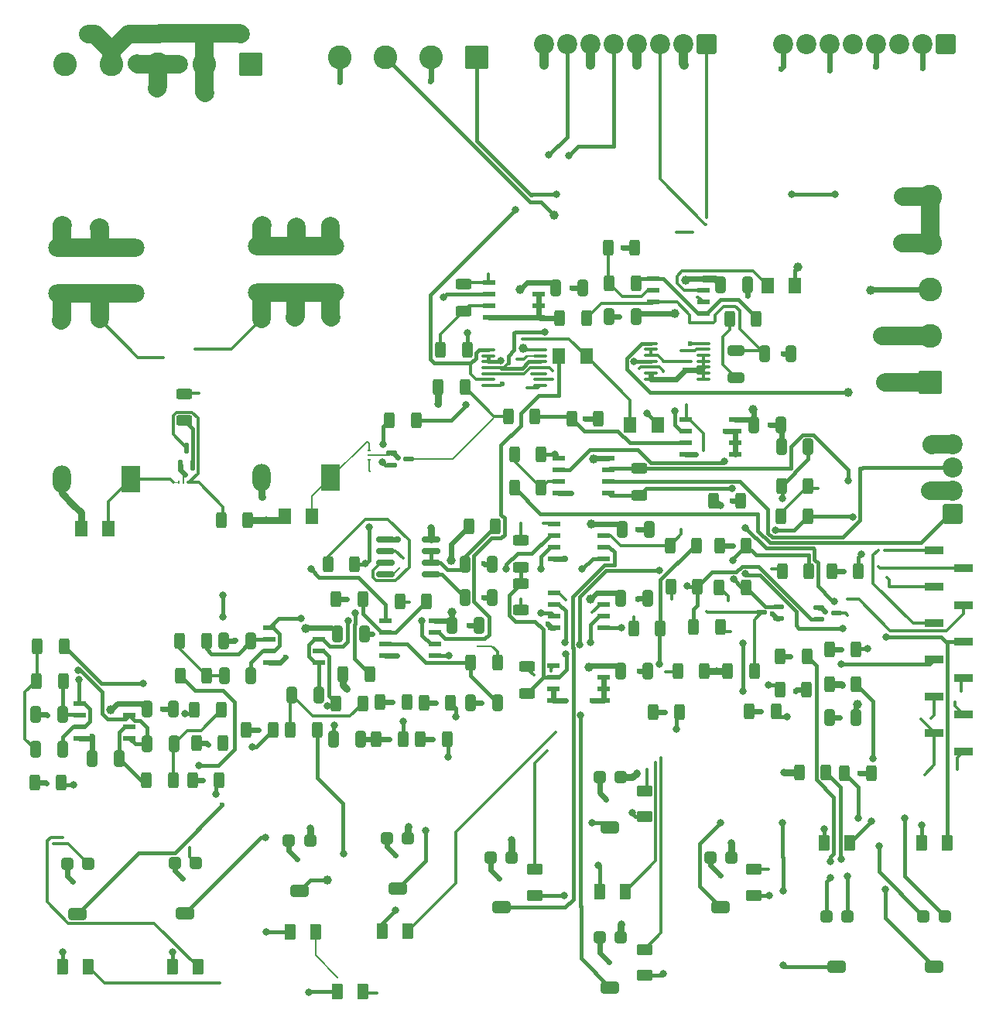
<source format=gbr>
%TF.GenerationSoftware,KiCad,Pcbnew,9.0.7-9.0.7~ubuntu24.04.1*%
%TF.CreationDate,2026-01-30T18:11:09-03:00*%
%TF.ProjectId,Main board,4d61696e-2062-46f6-9172-642e6b696361,1*%
%TF.SameCoordinates,Original*%
%TF.FileFunction,Copper,L1,Top*%
%TF.FilePolarity,Positive*%
%FSLAX46Y46*%
G04 Gerber Fmt 4.6, Leading zero omitted, Abs format (unit mm)*
G04 Created by KiCad (PCBNEW 9.0.7-9.0.7~ubuntu24.04.1) date 2026-01-30 18:11:09*
%MOMM*%
%LPD*%
G01*
G04 APERTURE LIST*
G04 Aperture macros list*
%AMRoundRect*
0 Rectangle with rounded corners*
0 $1 Rounding radius*
0 $2 $3 $4 $5 $6 $7 $8 $9 X,Y pos of 4 corners*
0 Add a 4 corners polygon primitive as box body*
4,1,4,$2,$3,$4,$5,$6,$7,$8,$9,$2,$3,0*
0 Add four circle primitives for the rounded corners*
1,1,$1+$1,$2,$3*
1,1,$1+$1,$4,$5*
1,1,$1+$1,$6,$7*
1,1,$1+$1,$8,$9*
0 Add four rect primitives between the rounded corners*
20,1,$1+$1,$2,$3,$4,$5,0*
20,1,$1+$1,$4,$5,$6,$7,0*
20,1,$1+$1,$6,$7,$8,$9,0*
20,1,$1+$1,$8,$9,$2,$3,0*%
G04 Aperture macros list end*
%TA.AperFunction,SMDPad,CuDef*%
%ADD10RoundRect,0.250000X-0.312500X-0.625000X0.312500X-0.625000X0.312500X0.625000X-0.312500X0.625000X0*%
%TD*%
%TA.AperFunction,SMDPad,CuDef*%
%ADD11RoundRect,0.250000X0.625000X-0.312500X0.625000X0.312500X-0.625000X0.312500X-0.625000X-0.312500X0*%
%TD*%
%TA.AperFunction,SMDPad,CuDef*%
%ADD12RoundRect,0.250000X-0.325000X-0.650000X0.325000X-0.650000X0.325000X0.650000X-0.325000X0.650000X0*%
%TD*%
%TA.AperFunction,SMDPad,CuDef*%
%ADD13RoundRect,0.250000X-0.375000X-0.625000X0.375000X-0.625000X0.375000X0.625000X-0.375000X0.625000X0*%
%TD*%
%TA.AperFunction,SMDPad,CuDef*%
%ADD14RoundRect,0.250000X0.312500X0.625000X-0.312500X0.625000X-0.312500X-0.625000X0.312500X-0.625000X0*%
%TD*%
%TA.AperFunction,ComponentPad*%
%ADD15O,3.000000X2.000000*%
%TD*%
%TA.AperFunction,ComponentPad*%
%ADD16R,2.000000X3.000000*%
%TD*%
%TA.AperFunction,ComponentPad*%
%ADD17O,2.000000X3.000000*%
%TD*%
%TA.AperFunction,SMDPad,CuDef*%
%ADD18RoundRect,0.125000X-0.487500X-0.125000X0.487500X-0.125000X0.487500X0.125000X-0.487500X0.125000X0*%
%TD*%
%TA.AperFunction,ComponentPad*%
%ADD19RoundRect,0.249999X0.850001X0.850001X-0.850001X0.850001X-0.850001X-0.850001X0.850001X-0.850001X0*%
%TD*%
%TA.AperFunction,ComponentPad*%
%ADD20C,2.200000*%
%TD*%
%TA.AperFunction,SMDPad,CuDef*%
%ADD21RoundRect,0.250000X-0.400000X-0.400000X0.400000X-0.400000X0.400000X0.400000X-0.400000X0.400000X0*%
%TD*%
%TA.AperFunction,SMDPad,CuDef*%
%ADD22RoundRect,0.250000X-0.750000X-0.400000X0.750000X-0.400000X0.750000X0.400000X-0.750000X0.400000X0*%
%TD*%
%TA.AperFunction,SMDPad,CuDef*%
%ADD23RoundRect,0.250000X0.625000X-0.375000X0.625000X0.375000X-0.625000X0.375000X-0.625000X-0.375000X0*%
%TD*%
%TA.AperFunction,SMDPad,CuDef*%
%ADD24RoundRect,0.125000X0.487500X0.125000X-0.487500X0.125000X-0.487500X-0.125000X0.487500X-0.125000X0*%
%TD*%
%TA.AperFunction,SMDPad,CuDef*%
%ADD25RoundRect,0.250000X0.325000X0.650000X-0.325000X0.650000X-0.325000X-0.650000X0.325000X-0.650000X0*%
%TD*%
%TA.AperFunction,SMDPad,CuDef*%
%ADD26R,1.454899X0.558000*%
%TD*%
%TA.AperFunction,SMDPad,CuDef*%
%ADD27R,2.000000X0.900000*%
%TD*%
%TA.AperFunction,SMDPad,CuDef*%
%ADD28RoundRect,0.150000X-0.825000X-0.150000X0.825000X-0.150000X0.825000X0.150000X-0.825000X0.150000X0*%
%TD*%
%TA.AperFunction,SMDPad,CuDef*%
%ADD29RoundRect,0.250001X0.462499X0.624999X-0.462499X0.624999X-0.462499X-0.624999X0.462499X-0.624999X0*%
%TD*%
%TA.AperFunction,SMDPad,CuDef*%
%ADD30R,0.406400X0.152400*%
%TD*%
%TA.AperFunction,SMDPad,CuDef*%
%ADD31RoundRect,0.250001X-0.462499X-0.624999X0.462499X-0.624999X0.462499X0.624999X-0.462499X0.624999X0*%
%TD*%
%TA.AperFunction,SMDPad,CuDef*%
%ADD32RoundRect,0.100000X-0.637500X-0.100000X0.637500X-0.100000X0.637500X0.100000X-0.637500X0.100000X0*%
%TD*%
%TA.AperFunction,SMDPad,CuDef*%
%ADD33RoundRect,0.125000X0.125000X-0.487500X0.125000X0.487500X-0.125000X0.487500X-0.125000X-0.487500X0*%
%TD*%
%TA.AperFunction,ComponentPad*%
%ADD34RoundRect,0.249999X0.850001X-0.850001X0.850001X0.850001X-0.850001X0.850001X-0.850001X-0.850001X0*%
%TD*%
%TA.AperFunction,SMDPad,CuDef*%
%ADD35RoundRect,0.250000X-0.650000X0.325000X-0.650000X-0.325000X0.650000X-0.325000X0.650000X0.325000X0*%
%TD*%
%TA.AperFunction,SMDPad,CuDef*%
%ADD36R,0.152400X0.406400*%
%TD*%
%TA.AperFunction,ComponentPad*%
%ADD37RoundRect,0.250000X1.050000X1.050000X-1.050000X1.050000X-1.050000X-1.050000X1.050000X-1.050000X0*%
%TD*%
%TA.AperFunction,ComponentPad*%
%ADD38C,2.600000*%
%TD*%
%TA.AperFunction,ComponentPad*%
%ADD39RoundRect,0.250000X1.050000X-1.050000X1.050000X1.050000X-1.050000X1.050000X-1.050000X-1.050000X0*%
%TD*%
%TA.AperFunction,SMDPad,CuDef*%
%ADD40RoundRect,0.250000X-0.625000X0.312500X-0.625000X-0.312500X0.625000X-0.312500X0.625000X0.312500X0*%
%TD*%
%TA.AperFunction,ViaPad*%
%ADD41C,0.800000*%
%TD*%
%TA.AperFunction,ViaPad*%
%ADD42C,2.000000*%
%TD*%
%TA.AperFunction,ViaPad*%
%ADD43C,0.600000*%
%TD*%
%TA.AperFunction,ViaPad*%
%ADD44C,1.000000*%
%TD*%
%TA.AperFunction,ViaPad*%
%ADD45C,0.300000*%
%TD*%
%TA.AperFunction,Conductor*%
%ADD46C,0.800000*%
%TD*%
%TA.AperFunction,Conductor*%
%ADD47C,2.000000*%
%TD*%
%TA.AperFunction,Conductor*%
%ADD48C,0.600000*%
%TD*%
%TA.AperFunction,Conductor*%
%ADD49C,1.000000*%
%TD*%
%TA.AperFunction,Conductor*%
%ADD50C,0.300000*%
%TD*%
%TA.AperFunction,Conductor*%
%ADD51C,0.200000*%
%TD*%
%TA.AperFunction,Conductor*%
%ADD52C,0.400000*%
%TD*%
%TA.AperFunction,Conductor*%
%ADD53C,0.100000*%
%TD*%
G04 APERTURE END LIST*
D10*
%TO.P,R805,1*%
%TO.N,/active filter/A_LDR_S_I*%
X40262500Y-107812500D03*
%TO.P,R805,2*%
%TO.N,/active filter/F_S*%
X43187500Y-107812500D03*
%TD*%
D11*
%TO.P,R702,1*%
%TO.N,/power selector/A_INVERTER_BASE*%
X40705178Y-79913923D03*
%TO.P,R702,2*%
%TO.N,/power selector/C_SOLAR_SELECT*%
X40705178Y-76988923D03*
%TD*%
D12*
%TO.P,C201,1*%
%TO.N,GND*%
X111275000Y-112375000D03*
%TO.P,C201,2*%
%TO.N,+9VA*%
X114225000Y-112375000D03*
%TD*%
D13*
%TO.P,D603,1,K*%
%TO.N,/solar array verification/L_ALARM*%
X57462500Y-142375000D03*
%TO.P,D603,2,A*%
%TO.N,/solar array verification/C_PANEL_FAILURE_O*%
X60262500Y-142375000D03*
%TD*%
D14*
%TO.P,R514,1*%
%TO.N,+9V*%
X97612500Y-107325000D03*
%TO.P,R514,2*%
%TO.N,/solar array deployment/C_PANEL_CLOSE_LATCH_O*%
X94687500Y-107325000D03*
%TD*%
D15*
%TO.P,K701,11*%
%TO.N,/power selector/P_SOLAR_I*%
X56700000Y-65875000D03*
%TO.P,K701,14*%
%TO.N,/power selector/P_MAIN_O*%
X56700000Y-60835000D03*
%TO.P,K701,21*%
%TO.N,/power selector/P_SOLAR_I*%
X49200000Y-65875000D03*
%TO.P,K701,24*%
%TO.N,/power selector/P_MAIN_O*%
X49200000Y-60835000D03*
D16*
%TO.P,K701,A1*%
%TO.N,/power selector/C_COIL_SOL*%
X56700000Y-86175000D03*
D17*
%TO.P,K701,A2*%
%TO.N,+9V*%
X49200000Y-86175000D03*
%TD*%
D14*
%TO.P,R807,1*%
%TO.N,/active filter/A_LDR_W_I*%
X55250000Y-113775000D03*
%TO.P,R807,2*%
%TO.N,/active filter/F_W*%
X52325000Y-113775000D03*
%TD*%
D12*
%TO.P,C601,1*%
%TO.N,GND*%
X72025000Y-110775000D03*
%TO.P,C601,2*%
%TO.N,/solar array verification/A_IN+_STP_OPN*%
X74975000Y-110775000D03*
%TD*%
D10*
%TO.P,R610,1*%
%TO.N,/solar array verification/A_RST_SET_2*%
X63137500Y-79875000D03*
%TO.P,R610,2*%
%TO.N,/solar array verification/A_RST_SET_1*%
X66062500Y-79875000D03*
%TD*%
D18*
%TO.P,Q601,1,E*%
%TO.N,GND*%
X63375000Y-83475000D03*
%TO.P,Q601,2,B*%
%TO.N,/solar array verification/A_RST_SET_2*%
X63375000Y-84775000D03*
%TO.P,Q601,3,C*%
%TO.N,/solar array verification/C_R_555*%
X65250000Y-84125000D03*
%TD*%
D10*
%TO.P,R615,1*%
%TO.N,/solar array deployment/C_PANEL_CLOSE_LATCH_O*%
X105987500Y-90375000D03*
%TO.P,R615,2*%
%TO.N,/solar array verification/A_IN-_STP_CLS*%
X108912500Y-90375000D03*
%TD*%
D19*
%TO.P,J108,1,CLS_BTN*%
%TO.N,/solar array deployment/C_PANEL_CLOSE_BTN_I*%
X97850000Y-38705000D03*
D20*
%TO.P,J108,2,GND*%
%TO.N,GND*%
X95310000Y-38705000D03*
%TO.P,J108,3,OPN_BTN*%
%TO.N,/solar array deployment/C_PANEL_OPEEN_BTN_I*%
X92770000Y-38705000D03*
%TO.P,J108,4,GND*%
%TO.N,GND*%
X90230000Y-38705000D03*
%TO.P,J108,5,CLS_SEN*%
%TO.N,/solar array verification/A_PANEL_CLOSE_SENSOR_I*%
X87690000Y-38705000D03*
%TO.P,J108,6,GND*%
%TO.N,GND*%
X85150000Y-38705000D03*
%TO.P,J108,7,OPN_SEN*%
%TO.N,/solar array verification/A_PANEL_OPEN_SENSOR_I*%
X82610000Y-38705000D03*
%TO.P,J108,8,GND*%
%TO.N,GND*%
X80070000Y-38705000D03*
%TD*%
D11*
%TO.P,R209,1*%
%TO.N,/thermal control/A_SETPOINT_LTHC*%
X90500000Y-88087500D03*
%TO.P,R209,2*%
%TO.N,/thermal control/A_LTHC_O*%
X90500000Y-85162500D03*
%TD*%
D10*
%TO.P,R507,1*%
%TO.N,+9V*%
X100137500Y-107325000D03*
%TO.P,R507,2*%
%TO.N,/solar array deployment/C_PANEL_OPEN_LATCH_O*%
X103062500Y-107325000D03*
%TD*%
%TO.P,R404,1*%
%TO.N,/solar eclipse/C_LIGHT_W_O*%
X89887500Y-102675000D03*
%TO.P,R404,2*%
%TO.N,/solar eclipse/A_FEEDBACK_U403A*%
X92812500Y-102675000D03*
%TD*%
D13*
%TO.P,D502,1,K*%
%TO.N,/solar array deployment/L_PANEL_OPEN*%
X52262500Y-135875000D03*
%TO.P,D502,2,A*%
%TO.N,/solar array deployment/C_PANEL_OPEN_LATCH_O*%
X55062500Y-135875000D03*
%TD*%
D10*
%TO.P,R515,1*%
%TO.N,GND*%
X47487500Y-113775000D03*
%TO.P,R515,2*%
%TO.N,/solar array deployment/L_PANEL_OPEN*%
X50412500Y-113775000D03*
%TD*%
D21*
%TO.P,RV404,1,1*%
%TO.N,+9V*%
X100550000Y-127675000D03*
D22*
%TO.P,RV404,2,2*%
%TO.N,/solar eclipse/A_SETPOINT_LDR_W*%
X99400000Y-133175000D03*
D21*
%TO.P,RV404,3,3*%
%TO.N,GND*%
X98250000Y-127675000D03*
%TD*%
D23*
%TO.P,D402,1,K*%
%TO.N,/solar eclipse/L_LIGHT_N*%
X91050000Y-123225000D03*
%TO.P,D402,2,A*%
%TO.N,/solar eclipse/C_LIGHT_N_O*%
X91050000Y-120425000D03*
%TD*%
D10*
%TO.P,R705,1*%
%TO.N,GND*%
X24337500Y-119525000D03*
%TO.P,R705,2*%
%TO.N,/power selector/L_SOLAR_SELECT*%
X27262500Y-119525000D03*
%TD*%
D21*
%TO.P,RV702,1,1*%
%TO.N,/power selector/P_BATTERY_I*%
X41950000Y-128325000D03*
D22*
%TO.P,RV702,2,2*%
%TO.N,/power selector/A_SETPOINT_BATTERY*%
X40800000Y-133825000D03*
D21*
%TO.P,RV702,3,3*%
%TO.N,GND*%
X39650000Y-128325000D03*
%TD*%
D24*
%TO.P,Q501,1,E*%
%TO.N,GND*%
X105737500Y-101552500D03*
%TO.P,Q501,2,B*%
%TO.N,/solar array deployment/A_BASE_OPN*%
X105737500Y-100252500D03*
%TO.P,Q501,3,C*%
%TO.N,/solar array deployment/C_PANEL_OPEN_LATCH_O*%
X103862500Y-100902500D03*
%TD*%
D14*
%TO.P,R502,1*%
%TO.N,/solar array deployment/F_WEINN_2*%
X84712500Y-68725000D03*
%TO.P,R502,2*%
%TO.N,GND*%
X81787500Y-68725000D03*
%TD*%
D12*
%TO.P,C701,1*%
%TO.N,+9VA*%
X81350000Y-65387500D03*
%TO.P,C701,2*%
%TO.N,GND*%
X84300000Y-65387500D03*
%TD*%
D10*
%TO.P,R503,1*%
%TO.N,/solar array deployment/F_WEINN_1*%
X87187500Y-64925000D03*
%TO.P,R503,2*%
%TO.N,/solar array deployment/A_WEINN_O*%
X90112500Y-64925000D03*
%TD*%
D21*
%TO.P,RV202,1,1*%
%TO.N,/thermal control/A_BIAS_LTHC_1*%
X123895000Y-134125000D03*
D22*
%TO.P,RV202,2,2*%
%TO.N,/thermal control/A_SETPOINT_LTHC*%
X122745000Y-139625000D03*
D21*
%TO.P,RV202,3,3*%
%TO.N,/thermal control/A_BIAS_LTHC_2*%
X121595000Y-134125000D03*
%TD*%
D25*
%TO.P,C801,1*%
%TO.N,/active filter/A_IN-_N*%
X27375000Y-112075000D03*
%TO.P,C801,2*%
%TO.N,GND*%
X24425000Y-112075000D03*
%TD*%
D10*
%TO.P,R406,1*%
%TO.N,GND*%
X66937500Y-110775000D03*
%TO.P,R406,2*%
%TO.N,/solar eclipse/L_ECLIPSE*%
X69862500Y-110775000D03*
%TD*%
%TO.P,R205,1*%
%TO.N,/thermal control/F_HTAS*%
X76846348Y-83580000D03*
%TO.P,R205,2*%
%TO.N,/thermal control/A_HTAS_O*%
X79771348Y-83580000D03*
%TD*%
D26*
%TO.P,U402,1*%
%TO.N,/solar eclipse/C_LIGHT_S_O*%
X81178652Y-98742500D03*
%TO.P,U402,2,-*%
%TO.N,/solar eclipse/A_SETPOINT_LDR_S*%
X81178652Y-100012500D03*
%TO.P,U402,3,+*%
%TO.N,/active filter/A_LDR_S_O*%
X81178652Y-101282500D03*
%TO.P,U402,4,V-*%
%TO.N,GND*%
X81178652Y-102552500D03*
%TO.P,U402,5,+*%
%TO.N,/active filter/A_LDR_W_O*%
X86621348Y-102552500D03*
%TO.P,U402,6,-*%
%TO.N,/solar eclipse/A_SETPOINT_LDR_W*%
X86621348Y-101282500D03*
%TO.P,U402,7*%
%TO.N,/solar eclipse/C_LIGHT_W_O*%
X86621348Y-100012500D03*
%TO.P,U402,8,V+*%
%TO.N,+9VA*%
X86621348Y-98742500D03*
%TD*%
D10*
%TO.P,R607,1*%
%TO.N,/solar array verification/C_R_555*%
X76137500Y-79475000D03*
%TO.P,R607,2*%
%TO.N,/solar array verification/A_IN+_ASL*%
X79062500Y-79475000D03*
%TD*%
%TO.P,R402,1*%
%TO.N,/solar eclipse/C_LIGHT_E_O*%
X93837500Y-93575000D03*
%TO.P,R402,2*%
%TO.N,/solar eclipse/A_FEEDBACK_U403A*%
X96762500Y-93575000D03*
%TD*%
D25*
%TO.P,C401,1*%
%TO.N,GND*%
X91575000Y-91775000D03*
%TO.P,C401,2*%
%TO.N,+9VA*%
X88625000Y-91775000D03*
%TD*%
D10*
%TO.P,R601,1*%
%TO.N,/solar array deployment/C_PANEL_OPEN_LATCH_O*%
X64300000Y-99725000D03*
%TO.P,R601,2*%
%TO.N,/solar array verification/A_IN-_STP_OPN*%
X67225000Y-99725000D03*
%TD*%
D26*
%TO.P,U801,1*%
%TO.N,/active filter/A_LDR_N_O*%
X29267651Y-110827100D03*
%TO.P,U801,2,-*%
%TO.N,/active filter/A_IN-_N*%
X29267651Y-112097100D03*
%TO.P,U801,3,+*%
%TO.N,/active filter/A_LDR_N_O*%
X29267651Y-113367100D03*
%TO.P,U801,4,V-*%
%TO.N,GND*%
X29267651Y-114637100D03*
%TO.P,U801,5,+*%
%TO.N,/active filter/A_LDR_E_O*%
X34710347Y-114637100D03*
%TO.P,U801,6,-*%
%TO.N,/active filter/A_IN-_E*%
X34710347Y-113367100D03*
%TO.P,U801,7*%
%TO.N,/active filter/A_LDR_E_O*%
X34710347Y-112097100D03*
%TO.P,U801,8,V+*%
%TO.N,+9VA*%
X34710347Y-110827100D03*
%TD*%
D25*
%TO.P,C803,1*%
%TO.N,/active filter/A_IN-_E*%
X33575000Y-116875000D03*
%TO.P,C803,2*%
%TO.N,GND*%
X30625000Y-116875000D03*
%TD*%
D13*
%TO.P,D201,1,K*%
%TO.N,/thermal control/L_HTAS*%
X110745000Y-126125000D03*
%TO.P,D201,2,A*%
%TO.N,/thermal control/A_HTAS_O*%
X113545000Y-126125000D03*
%TD*%
D11*
%TO.P,R405,1*%
%TO.N,/solar eclipse/A_FEEDBACK_U403A*%
X78250000Y-109737500D03*
%TO.P,R405,2*%
%TO.N,/solar eclipse/C_ECLIPSE_O*%
X78250000Y-106812500D03*
%TD*%
D26*
%TO.P,U401,1*%
%TO.N,/solar eclipse/C_LIGHT_N_O*%
X81178652Y-91182500D03*
%TO.P,U401,2,-*%
%TO.N,/solar eclipse/A_SETPOINT_LDR_N*%
X81178652Y-92452500D03*
%TO.P,U401,3,+*%
%TO.N,/active filter/A_LDR_N_O*%
X81178652Y-93722500D03*
%TO.P,U401,4,V-*%
%TO.N,GND*%
X81178652Y-94992500D03*
%TO.P,U401,5,+*%
%TO.N,/active filter/A_LDR_E_O*%
X86621348Y-94992500D03*
%TO.P,U401,6,-*%
%TO.N,/solar eclipse/A_SETPOINT_LDR_E*%
X86621348Y-93722500D03*
%TO.P,U401,7*%
%TO.N,/solar eclipse/C_LIGHT_E_O*%
X86621348Y-92452500D03*
%TO.P,U401,8,V+*%
%TO.N,+9VA*%
X86621348Y-91182500D03*
%TD*%
D12*
%TO.P,C603,1*%
%TO.N,/solar array verification/A_DIS_555*%
X71425000Y-95625000D03*
%TO.P,C603,2*%
%TO.N,GND*%
X74375000Y-95625000D03*
%TD*%
D14*
%TO.P,R511,1*%
%TO.N,GND*%
X101562500Y-88725000D03*
%TO.P,R511,2*%
%TO.N,/solar array deployment/A_BASE_CLS*%
X98637500Y-88725000D03*
%TD*%
D27*
%TO.P,J102,1,LIGHT_N*%
%TO.N,/solar eclipse/C_LIGHT_N_O*%
X125950000Y-116075000D03*
%TO.P,J102,2,LIGHT_E*%
%TO.N,/solar eclipse/C_LIGHT_E_O*%
X122750000Y-114075000D03*
%TO.P,J102,3,LIGHT_S*%
%TO.N,/solar eclipse/C_LIGHT_S_O*%
X125950000Y-112075000D03*
%TO.P,J102,4,LIGHT_W*%
%TO.N,/solar eclipse/C_LIGHT_W_O*%
X122750000Y-110075000D03*
%TO.P,J102,5,ECLIPSE*%
%TO.N,/solar eclipse/C_ECLIPSE_O*%
X125950000Y-108075000D03*
%TO.P,J102,6,THERM_1*%
%TO.N,/thermal control/A_HTAS_O*%
X122750000Y-106075000D03*
%TO.P,J102,7,THERM_2*%
%TO.N,/thermal control/A_LTHC_O*%
X125950000Y-104075000D03*
%TO.P,J102,8,PNL_C*%
%TO.N,/solar array verification/C_PANEL_CLOSED_O*%
X122750000Y-102075000D03*
%TO.P,J102,9,PNL_O*%
%TO.N,/solar array verification/C_PANEL_OPEN_O*%
X125950000Y-100075000D03*
%TO.P,J102,10,PNL_F*%
%TO.N,/solar array verification/C_PANEL_FAILURE_O*%
X122750000Y-98075000D03*
%TO.P,J102,11,BATT_SEL*%
%TO.N,/power selector/C_BATT_SELECT*%
X125950000Y-96075000D03*
%TO.P,J102,12,SOL_SEL*%
%TO.N,/power selector/C_SOLAR_SELECT*%
X122750000Y-94075000D03*
%TD*%
D25*
%TO.P,C502,1*%
%TO.N,-9VA*%
X90125000Y-68525000D03*
%TO.P,C502,2*%
%TO.N,GND*%
X87175000Y-68525000D03*
%TD*%
D12*
%TO.P,C503,1*%
%TO.N,/solar array deployment/F_WEINN_2*%
X104175000Y-72575000D03*
%TO.P,C503,2*%
%TO.N,GND*%
X107125000Y-72575000D03*
%TD*%
D23*
%TO.P,D404,1,K*%
%TO.N,/solar eclipse/L_LIGHT_S*%
X91050000Y-140575000D03*
%TO.P,D404,2,A*%
%TO.N,/solar eclipse/C_LIGHT_S_O*%
X91050000Y-137775000D03*
%TD*%
D13*
%TO.P,D202,1,K*%
%TO.N,/thermal control/L_LTHC*%
X121395000Y-126125000D03*
%TO.P,D202,2,A*%
%TO.N,/thermal control/A_LTHC_O*%
X124195000Y-126125000D03*
%TD*%
D10*
%TO.P,R602,1*%
%TO.N,GND*%
X57337500Y-99425000D03*
%TO.P,R602,2*%
%TO.N,/solar array verification/A_IN-_STP_OPN*%
X60262500Y-99425000D03*
%TD*%
%TO.P,R611,1*%
%TO.N,GND*%
X42025000Y-115225000D03*
%TO.P,R611,2*%
%TO.N,/solar array verification/L_ALARM*%
X44950000Y-115225000D03*
%TD*%
D13*
%TO.P,D704,1,K*%
%TO.N,/power selector/L_BATT_SELECT*%
X39400000Y-139675000D03*
%TO.P,D704,2,A*%
%TO.N,/power selector/C_BATT_SELECT*%
X42200000Y-139675000D03*
%TD*%
D10*
%TO.P,R510,1*%
%TO.N,GND*%
X99287500Y-93575000D03*
%TO.P,R510,2*%
%TO.N,/solar array deployment/A_BASE_OPN*%
X102212500Y-93575000D03*
%TD*%
D28*
%TO.P,U602,1,GND*%
%TO.N,GND*%
X62750000Y-92875000D03*
%TO.P,U602,2,TR*%
%TO.N,/solar array verification/C_TR_555*%
X62750000Y-94145000D03*
%TO.P,U602,3,Q*%
%TO.N,/solar array verification/D_Q_555*%
X62750000Y-95415000D03*
%TO.P,U602,4,R*%
%TO.N,/solar array verification/C_R_555*%
X62750000Y-96685000D03*
%TO.P,U602,5,CV*%
%TO.N,/solar array verification/A_CV_555*%
X67700000Y-96685000D03*
%TO.P,U602,6,THR*%
%TO.N,/solar array verification/A_DIS_555*%
X67700000Y-95415000D03*
%TO.P,U602,7,DIS*%
X67700000Y-94145000D03*
%TO.P,U602,8,VCC*%
%TO.N,+9V*%
X67700000Y-92875000D03*
%TD*%
D25*
%TO.P,C810,1*%
%TO.N,GND*%
X60389653Y-103236200D03*
%TO.P,C810,2*%
%TO.N,+9VA*%
X57439653Y-103236200D03*
%TD*%
D14*
%TO.P,R408,1*%
%TO.N,GND*%
X108812500Y-109375000D03*
%TO.P,R408,2*%
%TO.N,/solar eclipse/L_LIGHT_E*%
X105887500Y-109375000D03*
%TD*%
D12*
%TO.P,C606,1*%
%TO.N,GND*%
X106025000Y-82775000D03*
%TO.P,C606,2*%
%TO.N,/solar array verification/A_IN+_STP_CLS*%
X108975000Y-82775000D03*
%TD*%
D29*
%TO.P,D501,1,K*%
%TO.N,/solar array deployment/S_SERVO_SIGNAL_O*%
X107487500Y-65125000D03*
%TO.P,D501,2,A*%
%TO.N,/solar array deployment/S_PWM_O*%
X104512500Y-65125000D03*
%TD*%
D25*
%TO.P,C605,1*%
%TO.N,GND*%
X105975000Y-80375000D03*
%TO.P,C605,2*%
%TO.N,+9VA*%
X103025000Y-80375000D03*
%TD*%
D10*
%TO.P,R207,1*%
%TO.N,+9V*%
X111287500Y-108775000D03*
%TO.P,R207,2*%
%TO.N,/thermal control/A_BIAS_LTHC_1*%
X114212500Y-108775000D03*
%TD*%
D19*
%TO.P,J101,1,LDR_N*%
%TO.N,/active filter/A_LDR_N_I*%
X123985000Y-38705000D03*
D20*
%TO.P,J101,2,GND*%
%TO.N,GND*%
X121445000Y-38705000D03*
%TO.P,J101,3,LDR_E*%
%TO.N,/active filter/A_LDR_E_I*%
X118905000Y-38705000D03*
%TO.P,J101,4,GND*%
%TO.N,GND*%
X116365000Y-38705000D03*
%TO.P,J101,5,LDR_S*%
%TO.N,/active filter/A_LDR_S_I*%
X113825000Y-38705000D03*
%TO.P,J101,6,GND*%
%TO.N,GND*%
X111285000Y-38705000D03*
%TO.P,J101,7,LDR_W*%
%TO.N,/active filter/A_LDR_W_I*%
X108745000Y-38705000D03*
%TO.P,J101,8,GND*%
%TO.N,GND*%
X106205000Y-38705000D03*
%TD*%
D12*
%TO.P,C806,1*%
%TO.N,/active filter/F_S*%
X45075000Y-107825000D03*
%TO.P,C806,2*%
%TO.N,/active filter/A_LDR_W_O*%
X48025000Y-107825000D03*
%TD*%
D14*
%TO.P,R801,1*%
%TO.N,/active filter/A_LDR_N_I*%
X27562500Y-104575000D03*
%TO.P,R801,2*%
%TO.N,/active filter/F_N*%
X24637500Y-104575000D03*
%TD*%
D21*
%TO.P,RV201,1,1*%
%TO.N,/thermal control/A_BIAS_HTAS_2*%
X113250000Y-134125000D03*
D22*
%TO.P,RV201,2,2*%
%TO.N,/thermal control/A_SETPOINT_HTAS*%
X112100000Y-139625000D03*
D21*
%TO.P,RV201,3,3*%
%TO.N,/thermal control/A_BIAS_HTAS_1*%
X110950000Y-134125000D03*
%TD*%
D10*
%TO.P,R508,1*%
%TO.N,/solar array deployment/C_PANEL_OPEEN_BTN_I*%
X106137500Y-96375000D03*
%TO.P,R508,2*%
%TO.N,/solar array deployment/A_BASE_OPN*%
X109062500Y-96375000D03*
%TD*%
D26*
%TO.P,U605,1*%
%TO.N,/solar array verification/C_PANEL_FAILURE_O*%
X95578652Y-79820000D03*
%TO.P,U605,2,-*%
%TO.N,/solar array verification/A_IN-_ASL*%
X95578652Y-81090000D03*
%TO.P,U605,3,+*%
%TO.N,/solar array verification/A_IN+_ASL*%
X95578652Y-82360000D03*
%TO.P,U605,4,V-*%
%TO.N,GND*%
X95578652Y-83630000D03*
%TO.P,U605,5,+*%
X101021348Y-83630000D03*
%TO.P,U605,6,-*%
X101021348Y-82360000D03*
%TO.P,U605,7*%
X101021348Y-81090000D03*
%TO.P,U605,8,V+*%
%TO.N,+9VA*%
X101021348Y-79820000D03*
%TD*%
D30*
%TO.P,Q701,1,G*%
%TO.N,/power selector/C_SOLAR_SELECT*%
X60912500Y-84183000D03*
%TO.P,Q701,2,S*%
%TO.N,GND*%
X60912500Y-83675000D03*
%TO.P,Q701,3,D*%
%TO.N,/power selector/C_COIL_SOL*%
X60912500Y-83167000D03*
%TD*%
D18*
%TO.P,Q502,1,E*%
%TO.N,GND*%
X110162500Y-100325000D03*
%TO.P,Q502,2,B*%
%TO.N,/solar array deployment/A_BASE_CLS*%
X110162500Y-101625000D03*
%TO.P,Q502,3,C*%
%TO.N,/solar array deployment/C_PANEL_CLOSE_LATCH_O*%
X112037500Y-100975000D03*
%TD*%
D31*
%TO.P,D601,1,K*%
%TO.N,/solar array verification/C_TR_555*%
X89512500Y-80375000D03*
%TO.P,D601,2,A*%
%TO.N,/solar array verification/A_STP_OPN_O*%
X92487500Y-80375000D03*
%TD*%
%TO.P,D702,1,K*%
%TO.N,+9V*%
X29467678Y-91701423D03*
%TO.P,D702,2,A*%
%TO.N,/power selector/C_COIL_BATT*%
X32442678Y-91701423D03*
%TD*%
D10*
%TO.P,R516,1*%
%TO.N,GND*%
X66537500Y-114775000D03*
%TO.P,R516,2*%
%TO.N,/solar array deployment/L_PANEL_CLOSE*%
X69462500Y-114775000D03*
%TD*%
D32*
%TO.P,U603,1*%
%TO.N,/solar array verification/A_PANEL_OPEN_SENSOR_I*%
X73950000Y-72175000D03*
%TO.P,U603,2*%
%TO.N,/solar array verification/A_RST_SET_1*%
X73950000Y-72825000D03*
%TO.P,U603,3*%
X73950000Y-73475000D03*
%TO.P,U603,4*%
%TO.N,/solar array verification/A_PANEL_CLOSE_SENSOR_I*%
X73950000Y-74125000D03*
%TO.P,U603,5*%
%TO.N,/solar array deployment/C_PANEL_CLOSE_LATCH_O*%
X73950000Y-74775000D03*
%TO.P,U603,6*%
%TO.N,/solar array verification/A_PANEL_OPEN_SENSOR_I*%
X73950000Y-75425000D03*
%TO.P,U603,7,V_{SS}*%
%TO.N,GND*%
X73950000Y-76075000D03*
%TO.P,U603,8*%
%TO.N,/solar array deployment/C_PANEL_OPEN_LATCH_O*%
X79675000Y-76075000D03*
%TO.P,U603,9*%
%TO.N,/solar array verification/C_PANEL_OPEN_O*%
X79675000Y-75425000D03*
%TO.P,U603,10*%
%TO.N,/solar array verification/C_PANEL_CLOSED_O*%
X79675000Y-74775000D03*
%TO.P,U603,11*%
%TO.N,/solar array deployment/C_PANEL_CLOSE_LATCH_O*%
X79675000Y-74125000D03*
%TO.P,U603,12*%
%TO.N,/solar array verification/A_PANEL_CLOSE_SENSOR_I*%
X79675000Y-73475000D03*
%TO.P,U603,13*%
%TO.N,/solar array deployment/C_PANEL_OPEN_LATCH_O*%
X79675000Y-72825000D03*
%TO.P,U603,14,V_{DD}*%
%TO.N,+9VA*%
X79675000Y-72175000D03*
%TD*%
D14*
%TO.P,R605,1*%
%TO.N,/solar array verification/A_IN-_ASL*%
X61012500Y-107625000D03*
%TO.P,R605,2*%
%TO.N,+9V*%
X58087500Y-107625000D03*
%TD*%
D11*
%TO.P,R703,1*%
%TO.N,/power selector/F_PWR_SRC_COMPARATOR*%
X71250000Y-67937500D03*
%TO.P,R703,2*%
%TO.N,/power selector/C_SOLAR_SELECT*%
X71250000Y-65012500D03*
%TD*%
D25*
%TO.P,C809,1*%
%TO.N,GND*%
X39550000Y-111425000D03*
%TO.P,C809,2*%
%TO.N,+9VA*%
X36600000Y-111425000D03*
%TD*%
D33*
%TO.P,Q703,1,E*%
%TO.N,GND*%
X40300000Y-84762500D03*
%TO.P,Q703,2,B*%
%TO.N,/power selector/A_INVERTER_BASE*%
X41600000Y-84762500D03*
%TO.P,Q703,3,C*%
%TO.N,/power selector/C_BATT_SELECT*%
X40950000Y-82887500D03*
%TD*%
D10*
%TO.P,R409,1*%
%TO.N,GND*%
X62137500Y-110675000D03*
%TO.P,R409,2*%
%TO.N,/solar eclipse/L_LIGHT_S*%
X65062500Y-110675000D03*
%TD*%
D25*
%TO.P,C602,1*%
%TO.N,GND*%
X74375000Y-99225000D03*
%TO.P,C602,2*%
%TO.N,/solar array verification/A_CV_555*%
X71425000Y-99225000D03*
%TD*%
D10*
%TO.P,R504,1*%
%TO.N,/solar array deployment/F_WEINN_3*%
X100375000Y-68825000D03*
%TO.P,R504,2*%
%TO.N,/solar array deployment/A_WEINN_O*%
X103300000Y-68825000D03*
%TD*%
%TO.P,R603,1*%
%TO.N,/solar array verification/A_IN+_STP_OPN*%
X72037500Y-106375000D03*
%TO.P,R603,2*%
%TO.N,/solar array deployment/C_PANEL_OPEN_LATCH_O*%
X74962500Y-106375000D03*
%TD*%
D26*
%TO.P,U502,1*%
%TO.N,/solar array deployment/A_WEINN_O*%
X92041152Y-64420000D03*
%TO.P,U502,2,-*%
%TO.N,/solar array deployment/F_WEINN_1*%
X92041152Y-65690000D03*
%TO.P,U502,3,+*%
%TO.N,/solar array deployment/F_WEINN_2*%
X92041152Y-66960000D03*
%TO.P,U502,4,V-*%
%TO.N,-9VA*%
X92041152Y-68230000D03*
%TO.P,U502,5,+*%
%TO.N,/solar array deployment/A_WEINN_O*%
X97483848Y-68230000D03*
%TO.P,U502,6,-*%
%TO.N,/solar array deployment/C_PWM_FREQ_LEVEL*%
X97483848Y-66960000D03*
%TO.P,U502,7*%
%TO.N,/solar array deployment/S_PWM_O*%
X97483848Y-65690000D03*
%TO.P,U502,8,V+*%
%TO.N,+9VA*%
X97483848Y-64420000D03*
%TD*%
D34*
%TO.P,J109,1,THERM_IN1*%
%TO.N,/thermal control/A_HTAS_I*%
X124783711Y-90151799D03*
D20*
%TO.P,J109,2,GND*%
%TO.N,GND*%
X124783711Y-87611799D03*
%TO.P,J109,3,THERM_IN2*%
%TO.N,/thermal control/A_LTHC_I*%
X124783711Y-85071799D03*
%TO.P,J109,4,GND*%
%TO.N,GND*%
X124783711Y-82531799D03*
%TD*%
D13*
%TO.P,D503,1,K*%
%TO.N,/solar array deployment/L_PANEL_CLOSE*%
X62362500Y-135775000D03*
%TO.P,D503,2,A*%
%TO.N,/solar array deployment/C_PANEL_CLOSE_LATCH_O*%
X65162500Y-135775000D03*
%TD*%
D10*
%TO.P,R606,1*%
%TO.N,/solar array verification/D_Q_555*%
X56437500Y-95625000D03*
%TO.P,R606,2*%
%TO.N,/solar array verification/A_IN-_ASL*%
X59362500Y-95625000D03*
%TD*%
D31*
%TO.P,D701,1,K*%
%TO.N,+9V*%
X51725000Y-90375000D03*
%TO.P,D701,2,A*%
%TO.N,/power selector/C_COIL_SOL*%
X54700000Y-90375000D03*
%TD*%
D26*
%TO.P,U403,1*%
%TO.N,/solar eclipse/C_ECLIPSE_O*%
X81121348Y-106742500D03*
%TO.P,U403,2,-*%
%TO.N,/solar eclipse/A_FEEDBACK_U403A*%
X81121348Y-108012500D03*
%TO.P,U403,3,+*%
%TO.N,GND*%
X81121348Y-109282500D03*
%TO.P,U403,4,V-*%
X81121348Y-110552500D03*
%TO.P,U403,5,+*%
X86564044Y-110552500D03*
%TO.P,U403,6,-*%
X86564044Y-109282500D03*
%TO.P,U403,7*%
X86564044Y-108012500D03*
%TO.P,U403,8,V+*%
%TO.N,+9VA*%
X86564044Y-106742500D03*
%TD*%
D13*
%TO.P,D703,1,K*%
%TO.N,/power selector/L_SOLAR_SELECT*%
X27400000Y-139675000D03*
%TO.P,D703,2,A*%
%TO.N,/power selector/C_SOLAR_SELECT*%
X30200000Y-139675000D03*
%TD*%
D14*
%TO.P,R804,1*%
%TO.N,/active filter/F_E*%
X39487500Y-119225000D03*
%TO.P,R804,2*%
%TO.N,/active filter/A_IN-_E*%
X36562500Y-119225000D03*
%TD*%
D25*
%TO.P,C403,1*%
%TO.N,GND*%
X91425000Y-107325000D03*
%TO.P,C403,2*%
%TO.N,+9VA*%
X88475000Y-107325000D03*
%TD*%
D29*
%TO.P,D602,1,K*%
%TO.N,/solar array verification/C_TR_555*%
X84700000Y-72875000D03*
%TO.P,D602,2,A*%
%TO.N,/solar array verification/A_STP_CLS_O*%
X81725000Y-72875000D03*
%TD*%
D15*
%TO.P,K702,11*%
%TO.N,/power selector/P_BATTERY_I*%
X34850000Y-66025000D03*
%TO.P,K702,14*%
%TO.N,/power selector/P_MAIN_O*%
X34850000Y-60985000D03*
%TO.P,K702,21*%
%TO.N,/power selector/P_BATTERY_I*%
X27350000Y-66025000D03*
%TO.P,K702,24*%
%TO.N,/power selector/P_MAIN_O*%
X27350000Y-60985000D03*
D16*
%TO.P,K702,A1*%
%TO.N,/power selector/C_COIL_BATT*%
X34850000Y-86325000D03*
D17*
%TO.P,K702,A2*%
%TO.N,+9V*%
X27350000Y-86325000D03*
%TD*%
D12*
%TO.P,C808,1*%
%TO.N,/active filter/F_W*%
X52450000Y-109912500D03*
%TO.P,C808,2*%
%TO.N,/active filter/A_LDR_S_O*%
X55400000Y-109912500D03*
%TD*%
D25*
%TO.P,C805,1*%
%TO.N,/active filter/A_IN-_S*%
X48000000Y-104012500D03*
%TO.P,C805,2*%
%TO.N,GND*%
X45050000Y-104012500D03*
%TD*%
D10*
%TO.P,R407,1*%
%TO.N,GND*%
X91987500Y-111825000D03*
%TO.P,R407,2*%
%TO.N,/solar eclipse/L_LIGHT_N*%
X94912500Y-111825000D03*
%TD*%
%TO.P,R410,1*%
%TO.N,GND*%
X61737500Y-114775000D03*
%TO.P,R410,2*%
%TO.N,/solar eclipse/L_LIGHT_W*%
X64662500Y-114775000D03*
%TD*%
D25*
%TO.P,C804,1*%
%TO.N,/active filter/F_E*%
X39575000Y-115275000D03*
%TO.P,C804,2*%
%TO.N,/active filter/A_LDR_E_O*%
X36625000Y-115275000D03*
%TD*%
D35*
%TO.P,C504,1*%
%TO.N,/solar array deployment/F_WEINN_2*%
X101050000Y-72250000D03*
%TO.P,C504,2*%
%TO.N,/solar array deployment/F_WEINN_3*%
X101050000Y-75200000D03*
%TD*%
D21*
%TO.P,RV401,1,1*%
%TO.N,+9V*%
X88450000Y-118925000D03*
D22*
%TO.P,RV401,2,2*%
%TO.N,/solar eclipse/A_SETPOINT_LDR_N*%
X87300000Y-124425000D03*
D21*
%TO.P,RV401,3,3*%
%TO.N,GND*%
X86150000Y-118925000D03*
%TD*%
D10*
%TO.P,R204,1*%
%TO.N,/thermal control/A_HTAS_I*%
X76846348Y-87280000D03*
%TO.P,R204,2*%
%TO.N,/thermal control/F_HTAS*%
X79771348Y-87280000D03*
%TD*%
D21*
%TO.P,RV701,1,1*%
%TO.N,/power selector/P_SOLAR_I*%
X30200000Y-128375000D03*
D22*
%TO.P,RV701,2,2*%
%TO.N,/power selector/A_SETPOINT_SOLAR*%
X29050000Y-133875000D03*
D21*
%TO.P,RV701,3,3*%
%TO.N,GND*%
X27900000Y-128375000D03*
%TD*%
D23*
%TO.P,D403,1,K*%
%TO.N,/solar eclipse/L_LIGHT_E*%
X103050000Y-131825000D03*
%TO.P,D403,2,A*%
%TO.N,/solar eclipse/C_LIGHT_E_O*%
X103050000Y-129025000D03*
%TD*%
D10*
%TO.P,R206,1*%
%TO.N,GND*%
X111287500Y-104925000D03*
%TO.P,R206,2*%
%TO.N,/thermal control/L_LTHC*%
X114212500Y-104925000D03*
%TD*%
D13*
%TO.P,D401,1,K*%
%TO.N,/solar eclipse/L_ECLIPSE*%
X86150000Y-131425000D03*
%TO.P,D401,2,A*%
%TO.N,/solar eclipse/C_ECLIPSE_O*%
X88950000Y-131425000D03*
%TD*%
D10*
%TO.P,R509,1*%
%TO.N,/solar array deployment/C_PANEL_OPEN_LATCH_O*%
X93937500Y-98075000D03*
%TO.P,R509,2*%
%TO.N,/solar array deployment/A_BASE_CLS*%
X96862500Y-98075000D03*
%TD*%
%TO.P,R617,1*%
%TO.N,/solar array verification/A_IN+_STP_CLS*%
X106037500Y-87075000D03*
%TO.P,R617,2*%
%TO.N,/solar array deployment/C_PANEL_CLOSE_LATCH_O*%
X108962500Y-87075000D03*
%TD*%
D32*
%TO.P,U501,1*%
%TO.N,/solar array deployment/S_SERVO_PREFILTER_O*%
X91787500Y-71457500D03*
%TO.P,U501,2*%
%TO.N,/solar array deployment/C_PWM_FREQ_LEVEL*%
X91787500Y-72107500D03*
%TO.P,U501,3*%
X91787500Y-72757500D03*
%TO.P,U501,4*%
%TO.N,/solar array deployment/A_SETPOINT_CLOSE*%
X91787500Y-73407500D03*
%TO.P,U501,5*%
%TO.N,/solar array deployment/C_PANEL_CLOSE_LATCH_O*%
X91787500Y-74057500D03*
%TO.P,U501,6*%
%TO.N,GND*%
X91787500Y-74707500D03*
%TO.P,U501,7,V_{SS}*%
X91787500Y-75357500D03*
%TO.P,U501,8*%
X97512500Y-75357500D03*
%TO.P,U501,9*%
X97512500Y-74707500D03*
%TO.P,U501,10*%
X97512500Y-74057500D03*
%TO.P,U501,11*%
X97512500Y-73407500D03*
%TO.P,U501,12*%
X97512500Y-72757500D03*
%TO.P,U501,13*%
%TO.N,/solar array deployment/C_PANEL_OPEN_LATCH_O*%
X97512500Y-72107500D03*
%TO.P,U501,14,V_{DD}*%
%TO.N,+9VA*%
X97512500Y-71457500D03*
%TD*%
D25*
%TO.P,C402,1*%
%TO.N,GND*%
X91425000Y-99375000D03*
%TO.P,C402,2*%
%TO.N,+9VA*%
X88475000Y-99375000D03*
%TD*%
D10*
%TO.P,R513,1*%
%TO.N,/solar array deployment/A_BASE_CLS*%
X96437500Y-102525000D03*
%TO.P,R513,2*%
%TO.N,/solar array deployment/C_PANEL_CLOSE_BTN_I*%
X99362500Y-102525000D03*
%TD*%
D23*
%TO.P,D405,1,K*%
%TO.N,/solar eclipse/L_LIGHT_W*%
X79050000Y-131825000D03*
%TO.P,D405,2,A*%
%TO.N,/solar eclipse/C_LIGHT_W_O*%
X79050000Y-129025000D03*
%TD*%
D26*
%TO.P,U802,1*%
%TO.N,/active filter/A_LDR_W_O*%
X49982304Y-102602500D03*
%TO.P,U802,2,-*%
%TO.N,/active filter/A_IN-_S*%
X49982304Y-103872500D03*
%TO.P,U802,3,+*%
%TO.N,/active filter/A_LDR_W_O*%
X49982304Y-105142500D03*
%TO.P,U802,4,V-*%
%TO.N,GND*%
X49982304Y-106412500D03*
%TO.P,U802,5,+*%
%TO.N,/active filter/A_LDR_S_O*%
X55425000Y-106412500D03*
%TO.P,U802,6,-*%
%TO.N,/active filter/A_IN-_W*%
X55425000Y-105142500D03*
%TO.P,U802,7*%
%TO.N,/active filter/A_LDR_S_O*%
X55425000Y-103872500D03*
%TO.P,U802,8,V+*%
%TO.N,+9VA*%
X55425000Y-102602500D03*
%TD*%
D12*
%TO.P,C807,1*%
%TO.N,/active filter/A_IN-_W*%
X57075000Y-114775000D03*
%TO.P,C807,2*%
%TO.N,GND*%
X60025000Y-114775000D03*
%TD*%
D26*
%TO.P,U601,1*%
%TO.N,/solar array verification/A_STP_OPN_O*%
X62707304Y-101820000D03*
%TO.P,U601,2,-*%
%TO.N,/solar array verification/A_IN-_STP_OPN*%
X62707304Y-103090000D03*
%TO.P,U601,3,+*%
%TO.N,/solar array verification/A_IN+_STP_OPN*%
X62707304Y-104360000D03*
%TO.P,U601,4,V-*%
%TO.N,GND*%
X62707304Y-105630000D03*
%TO.P,U601,5,+*%
%TO.N,/solar array verification/A_IN+_STP_CLS*%
X68150000Y-105630000D03*
%TO.P,U601,6,-*%
%TO.N,/solar array verification/A_IN-_STP_CLS*%
X68150000Y-104360000D03*
%TO.P,U601,7*%
%TO.N,/solar array verification/A_STP_CLS_O*%
X68150000Y-103090000D03*
%TO.P,U601,8,V+*%
%TO.N,+9VA*%
X68150000Y-101820000D03*
%TD*%
D14*
%TO.P,R608,1*%
%TO.N,GND*%
X86012500Y-79725000D03*
%TO.P,R608,2*%
%TO.N,/solar array verification/A_IN+_ASL*%
X83087500Y-79725000D03*
%TD*%
D21*
%TO.P,RV501,1,1*%
%TO.N,+9V*%
X54462500Y-125875000D03*
D22*
%TO.P,RV501,2,2*%
%TO.N,/solar array deployment/S_SERVO_PREFILTER_O*%
X53312500Y-131375000D03*
D21*
%TO.P,RV501,3,3*%
%TO.N,GND*%
X52162500Y-125875000D03*
%TD*%
D26*
%TO.P,U201,1*%
%TO.N,/thermal control/A_HTAS_O*%
X81678652Y-84020000D03*
%TO.P,U201,2,-*%
%TO.N,/thermal control/A_SETPOINT_HTAS*%
X81678652Y-85290000D03*
%TO.P,U201,3,+*%
%TO.N,/thermal control/F_HTAS*%
X81678652Y-86560000D03*
%TO.P,U201,4,V-*%
%TO.N,GND*%
X81678652Y-87830000D03*
%TO.P,U201,5,+*%
%TO.N,/thermal control/A_SETPOINT_LTHC*%
X87121348Y-87830000D03*
%TO.P,U201,6,-*%
%TO.N,/thermal control/A_LTHC_I*%
X87121348Y-86560000D03*
%TO.P,U201,7*%
%TO.N,/thermal control/A_LTHC_O*%
X87121348Y-85290000D03*
%TO.P,U201,8,V+*%
%TO.N,+9VA*%
X87121348Y-84020000D03*
%TD*%
D12*
%TO.P,C802,1*%
%TO.N,/active filter/F_N*%
X24425000Y-115875000D03*
%TO.P,C802,2*%
%TO.N,/active filter/A_LDR_N_O*%
X27375000Y-115875000D03*
%TD*%
D36*
%TO.P,Q702,1,G*%
%TO.N,/power selector/C_BATT_SELECT*%
X41108000Y-86675000D03*
%TO.P,Q702,2,S*%
%TO.N,GND*%
X40600000Y-86675000D03*
%TO.P,Q702,3,D*%
%TO.N,/power selector/C_COIL_BATT*%
X40092000Y-86675000D03*
%TD*%
D14*
%TO.P,R701,1*%
%TO.N,/power selector/A_SETPOINT_BATTERY*%
X71675000Y-72175000D03*
%TO.P,R701,2*%
%TO.N,/power selector/F_PWR_SRC_COMPARATOR*%
X68750000Y-72175000D03*
%TD*%
%TO.P,R201,1*%
%TO.N,/thermal control/A_BIAS_HTAS_2*%
X110912500Y-118375000D03*
%TO.P,R201,2*%
%TO.N,+9V*%
X107987500Y-118375000D03*
%TD*%
D10*
%TO.P,R803,1*%
%TO.N,/active filter/A_LDR_E_I*%
X41825000Y-111575000D03*
%TO.P,R803,2*%
%TO.N,/active filter/F_E*%
X44750000Y-111575000D03*
%TD*%
D37*
%TO.P,J110,1,THERM*%
%TO.N,/thermal control/A_LTHC_O*%
X72750000Y-40202500D03*
D38*
%TO.P,J110,2,GND*%
%TO.N,GND*%
X67750000Y-40202500D03*
%TO.P,J110,3,SERVO*%
%TO.N,/solar array deployment/S_SERVO_SIGNAL_O*%
X62750000Y-40202500D03*
%TO.P,J110,4,GND*%
%TO.N,GND*%
X57750000Y-40202500D03*
%TD*%
D10*
%TO.P,R616,1*%
%TO.N,GND*%
X111537500Y-96425000D03*
%TO.P,R616,2*%
%TO.N,/solar array verification/A_IN-_STP_CLS*%
X114462500Y-96425000D03*
%TD*%
D12*
%TO.P,C501,1*%
%TO.N,+9VA*%
X99400000Y-65025000D03*
%TO.P,C501,2*%
%TO.N,GND*%
X102350000Y-65025000D03*
%TD*%
D26*
%TO.P,U701,1*%
%TO.N,/power selector/C_SOLAR_SELECT*%
X74050000Y-64787500D03*
%TO.P,U701,2,-*%
%TO.N,/power selector/A_SETPOINT_SOLAR*%
X74050000Y-66057500D03*
%TO.P,U701,3,+*%
%TO.N,/power selector/F_PWR_SRC_COMPARATOR*%
X74050000Y-67327500D03*
%TO.P,U701,4,V-*%
%TO.N,GND*%
X74050000Y-68597500D03*
%TO.P,U701,5,+*%
X79492696Y-68597500D03*
%TO.P,U701,6,-*%
X79492696Y-67327500D03*
%TO.P,U701,7*%
X79492696Y-66057500D03*
%TO.P,U701,8,V+*%
%TO.N,+9VA*%
X79492696Y-64787500D03*
%TD*%
D10*
%TO.P,R706,1*%
%TO.N,GND*%
X41600000Y-119225000D03*
%TO.P,R706,2*%
%TO.N,/power selector/L_BATT_SELECT*%
X44525000Y-119225000D03*
%TD*%
%TO.P,R609,1*%
%TO.N,+9V*%
X68487500Y-76275000D03*
%TO.P,R609,2*%
%TO.N,/solar array verification/C_R_555*%
X71412500Y-76275000D03*
%TD*%
%TO.P,R704,1*%
%TO.N,/power selector/C_BATT_SELECT*%
X44737500Y-90775000D03*
%TO.P,R704,2*%
%TO.N,+9V*%
X47662500Y-90775000D03*
%TD*%
D21*
%TO.P,RV502,1,1*%
%TO.N,+9V*%
X65212500Y-125625000D03*
D22*
%TO.P,RV502,2,2*%
%TO.N,/solar array deployment/A_SETPOINT_CLOSE*%
X64062500Y-131125000D03*
D21*
%TO.P,RV502,3,3*%
%TO.N,GND*%
X62912500Y-125625000D03*
%TD*%
D11*
%TO.P,R403,1*%
%TO.N,/solar eclipse/C_LIGHT_S_O*%
X77550000Y-100632500D03*
%TO.P,R403,2*%
%TO.N,/solar eclipse/A_FEEDBACK_U403A*%
X77550000Y-97707500D03*
%TD*%
D10*
%TO.P,R208,1*%
%TO.N,/thermal control/A_BIAS_LTHC_2*%
X112925000Y-118475000D03*
%TO.P,R208,2*%
%TO.N,GND*%
X115850000Y-118475000D03*
%TD*%
D14*
%TO.P,R512,1*%
%TO.N,/solar array deployment/A_BASE_OPN*%
X102162500Y-98125000D03*
%TO.P,R512,2*%
%TO.N,/solar array deployment/C_PANEL_CLOSE_LATCH_O*%
X99237500Y-98125000D03*
%TD*%
D39*
%TO.P,J103,1,Pin_1*%
%TO.N,+9V*%
X122350000Y-75725000D03*
D38*
%TO.P,J103,2,Pin_2*%
%TO.N,+9VA*%
X122350000Y-70645000D03*
%TO.P,J103,3,Pin_3*%
%TO.N,-9VA*%
X122350000Y-65565000D03*
%TO.P,J103,4,Pin_4*%
%TO.N,GND*%
X122350000Y-60485000D03*
%TO.P,J103,5,Pin_5*%
X122350000Y-55405000D03*
%TD*%
D10*
%TO.P,R806,1*%
%TO.N,/active filter/F_S*%
X40237500Y-104012500D03*
%TO.P,R806,2*%
%TO.N,/active filter/A_IN-_S*%
X43162500Y-104012500D03*
%TD*%
%TO.P,R202,1*%
%TO.N,GND*%
X105937500Y-105725000D03*
%TO.P,R202,2*%
%TO.N,/thermal control/A_BIAS_HTAS_1*%
X108862500Y-105725000D03*
%TD*%
%TO.P,R203,1*%
%TO.N,GND*%
X102537500Y-111725000D03*
%TO.P,R203,2*%
%TO.N,/thermal control/L_HTAS*%
X105462500Y-111725000D03*
%TD*%
D25*
%TO.P,C604,1*%
%TO.N,GND*%
X72975000Y-102325000D03*
%TO.P,C604,2*%
%TO.N,+9VA*%
X70025000Y-102325000D03*
%TD*%
D10*
%TO.P,R604,1*%
%TO.N,+9VA*%
X71837500Y-91475000D03*
%TO.P,R604,2*%
%TO.N,/solar array verification/A_DIS_555*%
X74762500Y-91475000D03*
%TD*%
D37*
%TO.P,J105,1,SOLAR*%
%TO.N,/power selector/P_SOLAR_I*%
X48010000Y-40907500D03*
D38*
%TO.P,J105,2,GND*%
%TO.N,GND*%
X42930000Y-40907500D03*
%TO.P,J105,3,VMAIN*%
%TO.N,/power selector/P_MAIN_O*%
X37850000Y-40907500D03*
%TO.P,J105,4,GND*%
%TO.N,GND*%
X32770000Y-40907500D03*
%TO.P,J105,5,BATTERY*%
%TO.N,/power selector/P_BATTERY_I*%
X27690000Y-40907500D03*
%TD*%
D10*
%TO.P,R802,1*%
%TO.N,/active filter/F_N*%
X24537500Y-108375000D03*
%TO.P,R802,2*%
%TO.N,/active filter/A_IN-_N*%
X27462500Y-108375000D03*
%TD*%
D40*
%TO.P,R401,1*%
%TO.N,/solar eclipse/C_LIGHT_N_O*%
X77550000Y-93007500D03*
%TO.P,R401,2*%
%TO.N,/solar eclipse/A_FEEDBACK_U403A*%
X77550000Y-95932500D03*
%TD*%
D21*
%TO.P,RV402,1,1*%
%TO.N,+9V*%
X76550000Y-127675000D03*
D22*
%TO.P,RV402,2,2*%
%TO.N,/solar eclipse/A_SETPOINT_LDR_E*%
X75400000Y-133175000D03*
D21*
%TO.P,RV402,3,3*%
%TO.N,GND*%
X74250000Y-127675000D03*
%TD*%
D14*
%TO.P,R808,1*%
%TO.N,/active filter/F_W*%
X60262500Y-110825000D03*
%TO.P,R808,2*%
%TO.N,/active filter/A_IN-_W*%
X57337500Y-110825000D03*
%TD*%
%TO.P,R501,1*%
%TO.N,GND*%
X90012500Y-61025000D03*
%TO.P,R501,2*%
%TO.N,/solar array deployment/F_WEINN_1*%
X87087500Y-61025000D03*
%TD*%
D21*
%TO.P,RV403,1,1*%
%TO.N,+9V*%
X88450000Y-136425000D03*
D22*
%TO.P,RV403,2,2*%
%TO.N,/solar eclipse/A_SETPOINT_LDR_S*%
X87300000Y-141925000D03*
D21*
%TO.P,RV403,3,3*%
%TO.N,GND*%
X86150000Y-136425000D03*
%TD*%
D41*
%TO.N,+9V*%
X98950000Y-107325000D03*
D42*
X117450000Y-75725000D03*
D41*
X49250000Y-88275000D03*
X68450000Y-78075000D03*
X58500000Y-109225000D03*
X67700000Y-91675000D03*
X90200000Y-118475000D03*
X49650000Y-90775000D03*
X88500000Y-135025000D03*
X28550000Y-89075000D03*
X54500000Y-124525000D03*
X65250000Y-124325000D03*
X76550000Y-125775000D03*
X100600000Y-126075000D03*
X106300000Y-118375000D03*
X112650000Y-108825000D03*
D43*
%TO.N,GND*%
X88700000Y-61025000D03*
X90450000Y-107325000D03*
X96700000Y-83625000D03*
X75150000Y-129975000D03*
X77000000Y-68575000D03*
X90300000Y-91825000D03*
X102350000Y-66275000D03*
D42*
X46850000Y-37625000D03*
D43*
X99350000Y-129675000D03*
X51800000Y-105775000D03*
X80470285Y-102162500D03*
X116350000Y-41225000D03*
X75500000Y-75875000D03*
X53100000Y-127925000D03*
D44*
X85150000Y-41025000D03*
X90200000Y-40975000D03*
D43*
X40800000Y-85775000D03*
D42*
X30200000Y-37625000D03*
D43*
X93250000Y-111825000D03*
X82450000Y-110525000D03*
X104800000Y-80375000D03*
X30650000Y-114425000D03*
X25700000Y-112175000D03*
X121450000Y-41375000D03*
X107550000Y-109475000D03*
D42*
X34600000Y-37625000D03*
D43*
X100700000Y-93575000D03*
D42*
X43000000Y-44075000D03*
D43*
X28550000Y-130375000D03*
X40550000Y-130025000D03*
X88250000Y-68525000D03*
X48850000Y-113775000D03*
X110824000Y-100774000D03*
X68250000Y-110775000D03*
X63800000Y-127425000D03*
X57700000Y-42875000D03*
X90300000Y-99425000D03*
X64100000Y-92825000D03*
X84600000Y-79725000D03*
D42*
X122450000Y-82575000D03*
X122300000Y-87575000D03*
D43*
X95500000Y-74375000D03*
X112850000Y-96425000D03*
X43300000Y-115325000D03*
X42750000Y-119225000D03*
X73500000Y-95575000D03*
X99850000Y-81075000D03*
X64038950Y-83945993D03*
X71850000Y-102325000D03*
X58500000Y-99475000D03*
X85300000Y-110525000D03*
X105073550Y-101081506D03*
X73500000Y-99225000D03*
X73200000Y-110775000D03*
X87150000Y-139125000D03*
X25600000Y-119575000D03*
X83100000Y-65425000D03*
D42*
X42950000Y-37575000D03*
D43*
X46300000Y-103925000D03*
X112600000Y-104925000D03*
X105950000Y-41425000D03*
D44*
X80050000Y-41025000D03*
D43*
X100650000Y-88675000D03*
D42*
X119350000Y-55425000D03*
D43*
X82350000Y-94975000D03*
X86850000Y-121325000D03*
X63450000Y-110725000D03*
X67900000Y-114775000D03*
D44*
X95400000Y-40975000D03*
D43*
X114600000Y-118475000D03*
X107000000Y-105725000D03*
X63150000Y-114775000D03*
D42*
X119300000Y-60525000D03*
D43*
X111350000Y-41625000D03*
D42*
X37950000Y-37625000D03*
D43*
X83000000Y-87875000D03*
X64000000Y-105625000D03*
X103750000Y-111675000D03*
X61250000Y-103225000D03*
X38350000Y-111425000D03*
X106200000Y-72575000D03*
X67650000Y-42775000D03*
X112450000Y-112375000D03*
D41*
%TO.N,/solar array verification/A_IN+_STP_CLS*%
X106142000Y-88425000D03*
X69700000Y-105575000D03*
%TO.N,/active filter/A_LDR_N_O*%
X29200000Y-108225000D03*
X79700000Y-96175000D03*
%TO.N,/active filter/A_LDR_E_O*%
X84209281Y-96175000D03*
X29065564Y-107209436D03*
%TO.N,/active filter/A_LDR_W_O*%
X53500000Y-101575000D03*
X88550000Y-102575000D03*
%TO.N,/active filter/A_IN-_W*%
X56400000Y-111125000D03*
X57100000Y-113201000D03*
%TO.N,/active filter/A_LDR_S_O*%
X58650000Y-101775000D03*
X79700000Y-100974000D03*
%TO.N,/thermal control/L_HTAS*%
X110750000Y-124575000D03*
X106700000Y-112275000D03*
%TO.N,/thermal control/A_HTAS_O*%
X112600000Y-106575000D03*
X111853000Y-99675000D03*
X115913186Y-123756814D03*
X81238652Y-83580000D03*
X102049000Y-91625000D03*
%TO.N,/thermal control/A_LTHC_O*%
X81400000Y-55175000D03*
X117500000Y-103544425D03*
X111950000Y-55175000D03*
X107200000Y-55175000D03*
X113375668Y-86457377D03*
%TO.N,/thermal control/L_LTHC*%
X115500000Y-104825000D03*
X121350000Y-124125000D03*
%TO.N,/solar eclipse/L_ECLIPSE*%
X86000000Y-128525000D03*
X70450000Y-112325000D03*
D45*
%TO.N,/solar eclipse/C_ECLIPSE_O*%
X125700000Y-109475000D03*
X92300000Y-117275000D03*
X78950000Y-107725000D03*
X80850000Y-107275000D03*
D41*
%TO.N,/solar eclipse/L_LIGHT_N*%
X94550000Y-113625000D03*
X89700000Y-122825000D03*
D45*
%TO.N,/solar eclipse/C_LIGHT_N_O*%
X125250000Y-118025000D03*
X91300000Y-118025000D03*
X77550000Y-91175000D03*
X79950000Y-91175000D03*
%TO.N,/solar eclipse/C_LIGHT_E_O*%
X121300000Y-112575000D03*
X95100000Y-91825000D03*
X121700000Y-118625000D03*
X104650000Y-128975000D03*
D41*
%TO.N,/solar eclipse/L_LIGHT_E*%
X104750000Y-131825000D03*
X104650000Y-108825000D03*
%TO.N,/solar eclipse/L_LIGHT_S*%
X65062500Y-110675000D03*
X93100000Y-140425000D03*
D45*
%TO.N,/solar eclipse/C_LIGHT_S_O*%
X92850000Y-116775000D03*
X82450000Y-99525000D03*
X125000000Y-110725000D03*
X77500000Y-99425000D03*
D41*
%TO.N,/solar eclipse/L_LIGHT_W*%
X64700000Y-112775000D03*
X82300000Y-131875000D03*
D45*
%TO.N,/solar eclipse/C_LIGHT_W_O*%
X89900000Y-101375000D03*
X85350000Y-100875000D03*
X80450000Y-116025000D03*
X122400000Y-112475000D03*
D44*
%TO.N,/solar array deployment/S_SERVO_SIGNAL_O*%
X81172860Y-57404222D03*
X107845000Y-63125000D03*
D41*
%TO.N,/solar array deployment/L_PANEL_OPEN*%
X48150000Y-115625000D03*
X49700000Y-135825000D03*
D45*
%TO.N,/solar array deployment/C_PANEL_OPEN_LATCH_O*%
X97850000Y-100775000D03*
X95100000Y-72275000D03*
X72800000Y-104575000D03*
X65350000Y-99775000D03*
X74550000Y-104775000D03*
X77100000Y-73225000D03*
X57500000Y-140825000D03*
X78250000Y-76325000D03*
X94050000Y-99475000D03*
D41*
%TO.N,/solar array deployment/L_PANEL_CLOSE*%
X69550000Y-116725000D03*
X63800000Y-133475000D03*
D45*
%TO.N,/solar array deployment/C_PANEL_CLOSE_LATCH_O*%
X100250000Y-99625000D03*
X81000000Y-74425000D03*
X110050000Y-87325000D03*
X93350000Y-107425000D03*
X93100000Y-74525000D03*
X81350000Y-113975000D03*
X90500000Y-74175000D03*
X113300000Y-101175000D03*
%TO.N,/solar array verification/C_TR_555*%
X64650000Y-94975000D03*
X77700000Y-71025000D03*
D41*
%TO.N,/solar array verification/A_STP_OPN_O*%
X91350000Y-79125000D03*
X54550000Y-96175000D03*
%TO.N,/solar array verification/L_ALARM*%
X54300000Y-142425000D03*
X44950000Y-115225000D03*
D45*
%TO.N,/solar array verification/C_PANEL_FAILURE_O*%
X97500000Y-83175000D03*
X117550000Y-97025000D03*
X61800000Y-142525000D03*
X95650000Y-78225000D03*
%TO.N,/power selector/C_SOLAR_SELECT*%
X117300000Y-94075000D03*
X73950000Y-63875000D03*
X61000000Y-85475000D03*
X42350000Y-76875000D03*
X44600000Y-141425000D03*
%TO.N,/power selector/C_BATT_SELECT*%
X44950000Y-89325000D03*
X116671418Y-95903583D03*
X44737500Y-90775000D03*
X27400000Y-125475000D03*
D41*
%TO.N,/active filter/A_LDR_S_I*%
X42300000Y-117675000D03*
%TO.N,/active filter/A_LDR_N_I*%
X36200000Y-108625000D03*
%TO.N,/active filter/A_LDR_W_I*%
X58150000Y-127275000D03*
%TO.N,/active filter/A_LDR_E_I*%
X40825000Y-111925000D03*
D45*
%TO.N,/solar array verification/C_PANEL_CLOSED_O*%
X116650000Y-94075000D03*
X78700000Y-74825000D03*
%TO.N,/solar array verification/C_PANEL_OPEN_O*%
X81000000Y-75425000D03*
X113300000Y-99475000D03*
X96350000Y-59275000D03*
X94550000Y-59275000D03*
D42*
%TO.N,/power selector/P_BATTERY_I*%
X31450000Y-68825000D03*
D45*
X41280331Y-126605331D03*
D42*
X27250000Y-68975000D03*
D45*
X38450000Y-73025000D03*
D42*
%TO.N,/power selector/P_MAIN_O*%
X52950000Y-58675000D03*
X31450000Y-58775000D03*
X40150000Y-40925000D03*
X56700000Y-58625000D03*
X35550000Y-40875000D03*
X37750000Y-43525000D03*
X27400000Y-58525000D03*
X49250000Y-58575000D03*
D45*
%TO.N,/power selector/P_SOLAR_I*%
X41900000Y-72075000D03*
D42*
X56750000Y-68575000D03*
X49200000Y-68775000D03*
X52850000Y-68575000D03*
D45*
X26400000Y-126175000D03*
D41*
%TO.N,/solar array verification/A_PANEL_CLOSE_SENSOR_I*%
X82750000Y-50925000D03*
X80200000Y-70225000D03*
D45*
%TO.N,/solar array deployment/C_PANEL_OPEEN_BTN_I*%
X104950000Y-96125000D03*
X97750000Y-58425000D03*
%TO.N,/solar array deployment/C_PANEL_CLOSE_BTN_I*%
X97850000Y-57725000D03*
X100500000Y-103025000D03*
D41*
%TO.N,/solar array verification/A_PANEL_OPEN_SENSOR_I*%
X76950000Y-56825000D03*
X80600000Y-50875000D03*
%TO.N,/solar array verification/A_RST_SET_2*%
X62450000Y-82475000D03*
X62400000Y-84475000D03*
D45*
%TO.N,/solar array verification/C_R_555*%
X74612500Y-79475000D03*
X64250000Y-96025000D03*
D41*
%TO.N,/thermal control/A_BIAS_LTHC_1*%
X116047849Y-116900000D03*
X119500000Y-123425000D03*
%TO.N,/solar array deployment/A_BASE_OPN*%
X100750000Y-95225000D03*
X100800000Y-97275000D03*
%TO.N,/solar array deployment/A_BASE_CLS*%
X95700000Y-97975000D03*
X99400000Y-89175000D03*
%TO.N,/thermal control/A_BIAS_LTHC_2*%
X116700000Y-126475000D03*
X114450000Y-123425000D03*
%TO.N,/thermal control/A_SETPOINT_LTHC*%
X117450000Y-131225000D03*
X102049000Y-96650000D03*
X100649441Y-87360000D03*
X112750000Y-102625000D03*
%TO.N,/solar eclipse/A_FEEDBACK_U403A*%
X92700000Y-106526000D03*
X82450000Y-105425000D03*
%TO.N,/thermal control/A_BIAS_HTAS_2*%
X113300000Y-129725000D03*
X112545604Y-127920604D03*
%TO.N,/thermal control/A_BIAS_HTAS_1*%
X111400000Y-128125000D03*
X111400000Y-129875000D03*
%TO.N,/solar array verification/A_IN-_ASL*%
X60550000Y-95525000D03*
X94350000Y-78825000D03*
X60900000Y-91525000D03*
X59456407Y-100975000D03*
%TO.N,/solar array verification/A_RST_SET_1*%
X75350000Y-73375000D03*
X71500000Y-78225000D03*
%TO.N,/solar array verification/A_IN-_STP_CLS*%
X114797793Y-94527207D03*
X105350000Y-91875000D03*
X113850000Y-90475000D03*
X66722549Y-101775000D03*
%TO.N,/power selector/A_SETPOINT_BATTERY*%
X71700000Y-70325000D03*
X49621469Y-125525000D03*
%TO.N,/solar eclipse/A_SETPOINT_LDR_N*%
X85350000Y-123925000D03*
X75950000Y-96175000D03*
X44900000Y-101425000D03*
X44900000Y-98975000D03*
%TO.N,/solar eclipse/A_SETPOINT_LDR_S*%
X82399000Y-104175000D03*
X84051000Y-112125000D03*
%TO.N,/solar eclipse/A_SETPOINT_LDR_W*%
X101850000Y-109475000D03*
X85150000Y-104175000D03*
X101850000Y-104275000D03*
X99400000Y-123925000D03*
D43*
%TO.N,/power selector/A_SETPOINT_SOLAR*%
X44850000Y-121975000D03*
D41*
X69050000Y-66425000D03*
D45*
%TO.N,/solar array deployment/C_PWM_FREQ_LEVEL*%
X96800000Y-66425000D03*
X96150000Y-73475000D03*
D41*
%TO.N,/thermal control/A_SETPOINT_HTAS*%
X99760666Y-84362500D03*
X84000000Y-104425000D03*
X106142000Y-123925000D03*
X92695524Y-96320524D03*
X106200000Y-131376000D03*
X106200000Y-139525000D03*
D44*
%TO.N,/solar array deployment/S_SERVO_PREFILTER_O*%
X56350000Y-130177000D03*
X113372793Y-76847793D03*
D41*
%TO.N,/solar array deployment/A_SETPOINT_CLOSE*%
X89900000Y-73425000D03*
X67100000Y-124725000D03*
%TO.N,/power selector/L_SOLAR_SELECT*%
X27450000Y-138025000D03*
X28600000Y-119775000D03*
%TO.N,/power selector/L_BATT_SELECT*%
X44200000Y-120775000D03*
X39450000Y-138075000D03*
D44*
%TO.N,+9VA*%
X69913513Y-95225000D03*
X95550000Y-64525000D03*
X114350000Y-110925000D03*
X85250000Y-91225000D03*
X102950000Y-78675000D03*
X77450000Y-65575000D03*
X54000000Y-102675000D03*
X32700000Y-111525000D03*
X85139063Y-99468500D03*
D42*
X117050000Y-70625000D03*
D44*
X70000000Y-100875000D03*
X85500000Y-84075000D03*
X77800000Y-72025000D03*
D43*
X96050000Y-71475000D03*
D44*
X85000000Y-106875000D03*
%TO.N,-9VA*%
X94350000Y-68175000D03*
X115800000Y-65675000D03*
%TD*%
D46*
%TO.N,+9V*%
X27350000Y-87875000D02*
X28550000Y-89075000D01*
X100550000Y-127675000D02*
X100550000Y-126125000D01*
X89750000Y-118925000D02*
X90200000Y-118475000D01*
D47*
X122350000Y-75725000D02*
X117450000Y-75725000D01*
D46*
X68487500Y-78037500D02*
X68450000Y-78075000D01*
X98950000Y-107325000D02*
X100137500Y-107325000D01*
X49200000Y-86175000D02*
X49200000Y-88225000D01*
X111287500Y-108775000D02*
X112600000Y-108775000D01*
X29467678Y-91701423D02*
X29467678Y-89992678D01*
X88450000Y-118925000D02*
X89750000Y-118925000D01*
X88450000Y-135075000D02*
X88500000Y-135025000D01*
X67700000Y-92875000D02*
X67700000Y-91675000D01*
X65212500Y-125625000D02*
X65212500Y-124362500D01*
X47662500Y-90775000D02*
X51325000Y-90775000D01*
X54462500Y-124562500D02*
X54500000Y-124525000D01*
X29467678Y-89992678D02*
X28550000Y-89075000D01*
X58087500Y-108812500D02*
X58500000Y-109225000D01*
X100550000Y-126125000D02*
X100600000Y-126075000D01*
X68487500Y-76275000D02*
X68487500Y-78037500D01*
X76550000Y-127675000D02*
X76550000Y-125775000D01*
X49200000Y-88225000D02*
X49250000Y-88275000D01*
X112600000Y-108775000D02*
X112650000Y-108825000D01*
X88450000Y-136425000D02*
X88450000Y-135075000D01*
X97612500Y-107325000D02*
X98950000Y-107325000D01*
X65212500Y-124362500D02*
X65250000Y-124325000D01*
X54462500Y-125875000D02*
X54462500Y-124562500D01*
X51325000Y-90775000D02*
X51725000Y-90375000D01*
X107987500Y-118375000D02*
X106300000Y-118375000D01*
X27350000Y-86325000D02*
X27350000Y-87875000D01*
X58087500Y-107625000D02*
X58087500Y-108812500D01*
D48*
%TO.N,GND*%
X86150000Y-118925000D02*
X86150000Y-120625000D01*
X58450000Y-99425000D02*
X58500000Y-99475000D01*
X91425000Y-99375000D02*
X90350000Y-99375000D01*
X87175000Y-68525000D02*
X88250000Y-68525000D01*
X27900000Y-128375000D02*
X27900000Y-129725000D01*
X63567957Y-83475000D02*
X64038950Y-83945993D01*
X86150000Y-136425000D02*
X86150000Y-138125000D01*
X107650000Y-109375000D02*
X107550000Y-109475000D01*
X40300000Y-85275000D02*
X40800000Y-85775000D01*
D49*
X90230000Y-38705000D02*
X90230000Y-40945000D01*
D48*
X77022500Y-68597500D02*
X77000000Y-68575000D01*
X105937500Y-105725000D02*
X107000000Y-105725000D01*
D49*
X80070000Y-38705000D02*
X80070000Y-41005000D01*
D47*
X42950000Y-37575000D02*
X46800000Y-37575000D01*
X32770000Y-39455000D02*
X32770000Y-40907500D01*
X122350000Y-60485000D02*
X119340000Y-60485000D01*
D49*
X80070000Y-41005000D02*
X80050000Y-41025000D01*
D47*
X122350000Y-55405000D02*
X119370000Y-55405000D01*
D48*
X61737500Y-114775000D02*
X60025000Y-114775000D01*
X91787500Y-75357500D02*
X94517500Y-75357500D01*
X82332500Y-94992500D02*
X82350000Y-94975000D01*
X41600000Y-119225000D02*
X42750000Y-119225000D01*
X101562500Y-88725000D02*
X100700000Y-88725000D01*
X73550000Y-95625000D02*
X73500000Y-95575000D01*
D47*
X42930000Y-40907500D02*
X42930000Y-37595000D01*
D50*
X97512500Y-74057500D02*
X97512500Y-73407500D01*
D48*
X81178652Y-102552500D02*
X80860285Y-102552500D01*
X105975000Y-80375000D02*
X104800000Y-80375000D01*
X62912500Y-125625000D02*
X62912500Y-126537500D01*
X63995000Y-105630000D02*
X64000000Y-105625000D01*
X79620196Y-68725000D02*
X79492696Y-68597500D01*
X74250000Y-129075000D02*
X75150000Y-129975000D01*
X83137500Y-65387500D02*
X83100000Y-65425000D01*
D49*
X90230000Y-40945000D02*
X90200000Y-40975000D01*
D48*
X25600000Y-112075000D02*
X25700000Y-112175000D01*
D47*
X38000000Y-37575000D02*
X37950000Y-37625000D01*
D48*
X100700000Y-88725000D02*
X100650000Y-88675000D01*
X105737500Y-101552500D02*
X105544544Y-101552500D01*
D47*
X122493201Y-82531799D02*
X122450000Y-82575000D01*
D48*
X30437900Y-114637100D02*
X30650000Y-114425000D01*
X24425000Y-112075000D02*
X25600000Y-112075000D01*
D47*
X124783711Y-82531799D02*
X122493201Y-82531799D01*
D48*
X121445000Y-38705000D02*
X121445000Y-41370000D01*
X63400000Y-110675000D02*
X63450000Y-110725000D01*
X101021348Y-81090000D02*
X99865000Y-81090000D01*
X81121348Y-110552500D02*
X82422500Y-110552500D01*
D47*
X42930000Y-44005000D02*
X43000000Y-44075000D01*
D48*
X74250000Y-127675000D02*
X74250000Y-129075000D01*
X66537500Y-114775000D02*
X67900000Y-114775000D01*
X81787500Y-68725000D02*
X79620196Y-68725000D01*
X79492696Y-68597500D02*
X79492696Y-67327500D01*
D47*
X34600000Y-37625000D02*
X32770000Y-39455000D01*
D48*
X102350000Y-65025000D02*
X102350000Y-66275000D01*
X86564044Y-109282500D02*
X86564044Y-110552500D01*
D51*
X60912500Y-83675000D02*
X63175000Y-83675000D01*
D48*
X86564044Y-108012500D02*
X86564044Y-109282500D01*
X62912500Y-126537500D02*
X63800000Y-127425000D01*
X72025000Y-110775000D02*
X73200000Y-110775000D01*
X39650000Y-129125000D02*
X40550000Y-130025000D01*
X74375000Y-99225000D02*
X73500000Y-99225000D01*
D47*
X42930000Y-40907500D02*
X42930000Y-44005000D01*
D48*
X57750000Y-42825000D02*
X57700000Y-42875000D01*
X45050000Y-104012500D02*
X46212500Y-104012500D01*
X81121348Y-109282500D02*
X81121348Y-110552500D01*
X110375000Y-100325000D02*
X110824000Y-100774000D01*
X85327500Y-110552500D02*
X85300000Y-110525000D01*
X96695000Y-83630000D02*
X96700000Y-83625000D01*
X106205000Y-38705000D02*
X106205000Y-41170000D01*
X61238800Y-103236200D02*
X61250000Y-103225000D01*
X108812500Y-109375000D02*
X107650000Y-109375000D01*
X103700000Y-111725000D02*
X103750000Y-111675000D01*
X80860285Y-102552500D02*
X80470285Y-102162500D01*
X52162500Y-125875000D02*
X52162500Y-126987500D01*
X91425000Y-107325000D02*
X90450000Y-107325000D01*
X62750000Y-92875000D02*
X64050000Y-92875000D01*
D47*
X42950000Y-37575000D02*
X38000000Y-37575000D01*
D48*
X90012500Y-61025000D02*
X88700000Y-61025000D01*
X101021348Y-83630000D02*
X101021348Y-82360000D01*
D51*
X40600000Y-85975000D02*
X40800000Y-85775000D01*
D48*
X39650000Y-128325000D02*
X39650000Y-129125000D01*
X43200000Y-115225000D02*
X43300000Y-115325000D01*
X111537500Y-96425000D02*
X112850000Y-96425000D01*
X84300000Y-65387500D02*
X83137500Y-65387500D01*
X29267651Y-114637100D02*
X30437900Y-114637100D01*
X91575000Y-91775000D02*
X90350000Y-91775000D01*
X51162500Y-106412500D02*
X51800000Y-105775000D01*
X67750000Y-42675000D02*
X67650000Y-42775000D01*
D51*
X40600000Y-86675000D02*
X40600000Y-85975000D01*
D50*
X97512500Y-73407500D02*
X97512500Y-72757500D01*
D48*
X24337500Y-119525000D02*
X25550000Y-119525000D01*
X30625000Y-114450000D02*
X30650000Y-114425000D01*
X95578652Y-83630000D02*
X96695000Y-83630000D01*
X106025000Y-82775000D02*
X106025000Y-80425000D01*
X111285000Y-41560000D02*
X111350000Y-41625000D01*
X62137500Y-110675000D02*
X63400000Y-110675000D01*
X82422500Y-110552500D02*
X82450000Y-110525000D01*
X25550000Y-119525000D02*
X25600000Y-119575000D01*
X116365000Y-41210000D02*
X116350000Y-41225000D01*
X74072500Y-68575000D02*
X74050000Y-68597500D01*
X97195000Y-74375000D02*
X97512500Y-74057500D01*
D47*
X122350000Y-55405000D02*
X122350000Y-60485000D01*
D49*
X95310000Y-40885000D02*
X95400000Y-40975000D01*
D48*
X27900000Y-129725000D02*
X28550000Y-130375000D01*
D51*
X63175000Y-83675000D02*
X63375000Y-83475000D01*
D47*
X37950000Y-37625000D02*
X34600000Y-37625000D01*
D48*
X63375000Y-83475000D02*
X63567957Y-83475000D01*
D49*
X85150000Y-38705000D02*
X85150000Y-41025000D01*
D48*
X94517500Y-75357500D02*
X95500000Y-74375000D01*
X66937500Y-110775000D02*
X68250000Y-110775000D01*
X98250000Y-128575000D02*
X99350000Y-129675000D01*
X86012500Y-79725000D02*
X84600000Y-79725000D01*
X81678652Y-87830000D02*
X82955000Y-87830000D01*
X116365000Y-38705000D02*
X116365000Y-41210000D01*
X91987500Y-111825000D02*
X93250000Y-111825000D01*
D47*
X46800000Y-37575000D02*
X46850000Y-37625000D01*
D48*
X106205000Y-41170000D02*
X105950000Y-41425000D01*
X86564044Y-110552500D02*
X85327500Y-110552500D01*
X82955000Y-87830000D02*
X83000000Y-87875000D01*
D50*
X97512500Y-74707500D02*
X97512500Y-74057500D01*
D48*
X106025000Y-80425000D02*
X105975000Y-80375000D01*
X39550000Y-111425000D02*
X38350000Y-111425000D01*
D47*
X42930000Y-37595000D02*
X42950000Y-37575000D01*
D48*
X86150000Y-120625000D02*
X86850000Y-121325000D01*
X52162500Y-126987500D02*
X53100000Y-127925000D01*
X81178652Y-94992500D02*
X82332500Y-94992500D01*
X110162500Y-100325000D02*
X110375000Y-100325000D01*
D50*
X75300000Y-76075000D02*
X75500000Y-75875000D01*
D48*
X90350000Y-91775000D02*
X90300000Y-91825000D01*
X121445000Y-41370000D02*
X121450000Y-41375000D01*
X79492696Y-67327500D02*
X79492696Y-66057500D01*
D50*
X73950000Y-76075000D02*
X75300000Y-76075000D01*
D48*
X46212500Y-104012500D02*
X46300000Y-103925000D01*
X91787500Y-75357500D02*
X91787500Y-74858500D01*
X102537500Y-111725000D02*
X103700000Y-111725000D01*
X115850000Y-118475000D02*
X114600000Y-118475000D01*
X72975000Y-102325000D02*
X71850000Y-102325000D01*
D47*
X124783711Y-87611799D02*
X122336799Y-87611799D01*
D48*
X79492696Y-68597500D02*
X77022500Y-68597500D01*
X57337500Y-99425000D02*
X58450000Y-99425000D01*
X111275000Y-112375000D02*
X112450000Y-112375000D01*
D47*
X122336799Y-87611799D02*
X122300000Y-87575000D01*
D48*
X30625000Y-116875000D02*
X30625000Y-114450000D01*
X40300000Y-84762500D02*
X40300000Y-85275000D01*
X47487500Y-113775000D02*
X48850000Y-113775000D01*
X101021348Y-82360000D02*
X101021348Y-81090000D01*
X62707304Y-105630000D02*
X63995000Y-105630000D01*
X74375000Y-95625000D02*
X73550000Y-95625000D01*
X67750000Y-40202500D02*
X67750000Y-42675000D01*
X64050000Y-92875000D02*
X64100000Y-92825000D01*
D47*
X32770000Y-39455000D02*
X30940000Y-37625000D01*
D48*
X49982304Y-106412500D02*
X51162500Y-106412500D01*
X60389653Y-103236200D02*
X61238800Y-103236200D01*
D47*
X119370000Y-55405000D02*
X119350000Y-55425000D01*
D48*
X61737500Y-114775000D02*
X63150000Y-114775000D01*
D49*
X95310000Y-38705000D02*
X95310000Y-40885000D01*
D48*
X42025000Y-115225000D02*
X43200000Y-115225000D01*
X77000000Y-68575000D02*
X74072500Y-68575000D01*
X99865000Y-81090000D02*
X99850000Y-81075000D01*
D47*
X30940000Y-37625000D02*
X30200000Y-37625000D01*
D48*
X95500000Y-74375000D02*
X97195000Y-74375000D01*
X86150000Y-138125000D02*
X87150000Y-139125000D01*
D47*
X119340000Y-60485000D02*
X119300000Y-60525000D01*
D48*
X57750000Y-40202500D02*
X57750000Y-42825000D01*
X111285000Y-38705000D02*
X111285000Y-41560000D01*
X111287500Y-104925000D02*
X112600000Y-104925000D01*
X105544544Y-101552500D02*
X105073550Y-101081506D01*
D50*
X97512500Y-75357500D02*
X97512500Y-74707500D01*
D48*
X90350000Y-99375000D02*
X90300000Y-99425000D01*
X98250000Y-127675000D02*
X98250000Y-128575000D01*
X99287500Y-93575000D02*
X100700000Y-93575000D01*
X107125000Y-72575000D02*
X106200000Y-72575000D01*
D50*
%TO.N,/solar array deployment/F_WEINN_2*%
X96016661Y-69226000D02*
X96016661Y-68355322D01*
X94621339Y-66960000D02*
X92041152Y-66960000D01*
X84712500Y-68725000D02*
X86363500Y-67074000D01*
X103850000Y-72250000D02*
X104175000Y-72575000D01*
X98762297Y-68360491D02*
X98762297Y-69060000D01*
X98596297Y-69226000D02*
X96016661Y-69226000D01*
X104175000Y-72575000D02*
X101488500Y-69888500D01*
X101026212Y-67399000D02*
X99723788Y-67399000D01*
X101488500Y-69888500D02*
X101488500Y-67861288D01*
X99723788Y-67399000D02*
X98762297Y-68360491D01*
X101050000Y-72250000D02*
X103850000Y-72250000D01*
X96016661Y-68355322D02*
X94621339Y-66960000D01*
X86363500Y-67074000D02*
X91927152Y-67074000D01*
X101488500Y-67861288D02*
X101026212Y-67399000D01*
X98762297Y-69060000D02*
X98596297Y-69226000D01*
X91927152Y-67074000D02*
X92041152Y-66960000D01*
%TO.N,/solar array deployment/F_WEINN_3*%
X100375000Y-69950000D02*
X100375000Y-68825000D01*
X99599000Y-70726000D02*
X100375000Y-69950000D01*
X101050000Y-75200000D02*
X99599000Y-73749000D01*
X99599000Y-73749000D02*
X99599000Y-70726000D01*
D52*
%TO.N,/solar array verification/A_IN+_STP_OPN*%
X67086551Y-106375000D02*
X72037500Y-106375000D01*
X65071551Y-104360000D02*
X67086551Y-106375000D01*
X72037500Y-106375000D02*
X72037500Y-107837500D01*
X72037500Y-107837500D02*
X74975000Y-110775000D01*
X62707304Y-104360000D02*
X65071551Y-104360000D01*
%TO.N,/solar array verification/A_CV_555*%
X71425000Y-99225000D02*
X68885000Y-96685000D01*
X68885000Y-96685000D02*
X67700000Y-96685000D01*
%TO.N,/solar array verification/A_DIS_555*%
X71425000Y-95625000D02*
X70824000Y-96226000D01*
X69498885Y-96226000D02*
X68687885Y-95415000D01*
X70824000Y-96226000D02*
X69498885Y-96226000D01*
X71425000Y-95625000D02*
X71425000Y-94812500D01*
X68687885Y-95415000D02*
X67700000Y-95415000D01*
X67700000Y-95415000D02*
X67700000Y-94145000D01*
X71425000Y-94812500D02*
X74762500Y-91475000D01*
%TO.N,/solar array verification/A_IN+_STP_CLS*%
X106142000Y-87179500D02*
X106037500Y-87075000D01*
X108975000Y-82775000D02*
X108975000Y-84137500D01*
X68150000Y-105630000D02*
X69645000Y-105630000D01*
X108975000Y-84137500D02*
X106037500Y-87075000D01*
X69645000Y-105630000D02*
X69700000Y-105575000D01*
X106142000Y-88425000D02*
X106142000Y-87179500D01*
%TO.N,/active filter/A_IN-_N*%
X27375000Y-112075000D02*
X27375000Y-108462500D01*
X29245551Y-112075000D02*
X29267651Y-112097100D01*
X27375000Y-108462500D02*
X27462500Y-108375000D01*
X27375000Y-112075000D02*
X29245551Y-112075000D01*
D50*
%TO.N,/active filter/F_N*%
X23299000Y-114749000D02*
X23299000Y-109613500D01*
X24537500Y-108375000D02*
X24537500Y-108262500D01*
X24637500Y-108162500D02*
X24637500Y-104575000D01*
X23299000Y-109613500D02*
X24537500Y-108375000D01*
X24537500Y-108262500D02*
X24637500Y-108162500D01*
X24425000Y-115875000D02*
X23299000Y-114749000D01*
D52*
%TO.N,/active filter/A_LDR_N_O*%
X29267651Y-113367100D02*
X29806100Y-113367100D01*
X30396100Y-111417100D02*
X29806100Y-110827100D01*
X29806100Y-113367100D02*
X30396100Y-112777100D01*
X29200000Y-108225000D02*
X29200000Y-110759449D01*
X27375000Y-114521302D02*
X28529202Y-113367100D01*
X79700000Y-94752703D02*
X79700000Y-96175000D01*
X30396100Y-112777100D02*
X30396100Y-111417100D01*
X28529202Y-113367100D02*
X29267651Y-113367100D01*
X80730203Y-93722500D02*
X79700000Y-94752703D01*
X81178652Y-93722500D02*
X80730203Y-93722500D01*
X29200000Y-110759449D02*
X29267651Y-110827100D01*
X27375000Y-115875000D02*
X27375000Y-114521302D01*
X29806100Y-110827100D02*
X29267651Y-110827100D01*
%TO.N,/active filter/A_IN-_E*%
X33575000Y-116875000D02*
X33575000Y-113963998D01*
X33575000Y-113963998D02*
X34171898Y-113367100D01*
X36562500Y-119225000D02*
X35925000Y-119225000D01*
X34171898Y-113367100D02*
X34710347Y-113367100D01*
X35925000Y-119225000D02*
X33575000Y-116875000D01*
D50*
%TO.N,/active filter/F_E*%
X42526000Y-113799000D02*
X44750000Y-111575000D01*
X39487500Y-119225000D02*
X39487500Y-115362500D01*
X39487500Y-115362500D02*
X39575000Y-115275000D01*
X39575000Y-115275000D02*
X41051000Y-113799000D01*
X41051000Y-113799000D02*
X42526000Y-113799000D01*
D52*
%TO.N,/active filter/A_LDR_E_O*%
X31699000Y-109591214D02*
X31699000Y-111939628D01*
X34710347Y-112097100D02*
X35300347Y-112687100D01*
X34281447Y-112526000D02*
X34710347Y-112097100D01*
X29317222Y-107209436D02*
X31699000Y-109591214D01*
X32285372Y-112526000D02*
X34281447Y-112526000D01*
X85391781Y-94992500D02*
X84209281Y-96175000D01*
X35348247Y-115275000D02*
X34710347Y-114637100D01*
X35838796Y-112687100D02*
X36625000Y-113473304D01*
X36625000Y-113473304D02*
X36625000Y-115275000D01*
X86621348Y-94992500D02*
X85391781Y-94992500D01*
X36625000Y-115275000D02*
X35348247Y-115275000D01*
X29065564Y-107209436D02*
X29317222Y-107209436D01*
X35300347Y-112687100D02*
X35838796Y-112687100D01*
X31699000Y-111939628D02*
X32285372Y-112526000D01*
%TO.N,/active filter/A_IN-_S*%
X46599000Y-105413500D02*
X43688500Y-105413500D01*
X48000000Y-104012500D02*
X46599000Y-105413500D01*
X48140000Y-103872500D02*
X48000000Y-104012500D01*
X43162500Y-104887500D02*
X43162500Y-104012500D01*
X43688500Y-105413500D02*
X43162500Y-104887500D01*
X49982304Y-103872500D02*
X48140000Y-103872500D01*
D50*
%TO.N,/active filter/F_S*%
X45075000Y-107825000D02*
X43200000Y-107825000D01*
X43187500Y-107812500D02*
X40237500Y-104862500D01*
X40237500Y-104862500D02*
X40237500Y-104012500D01*
X43200000Y-107825000D02*
X43187500Y-107812500D01*
D52*
%TO.N,/active filter/A_LDR_W_O*%
X48000000Y-106386355D02*
X49243855Y-105142500D01*
X51110753Y-103282500D02*
X50430753Y-102602500D01*
X49982304Y-105142500D02*
X50520753Y-105142500D01*
X51110753Y-104552500D02*
X51110753Y-103282500D01*
X86621348Y-102552500D02*
X88527500Y-102552500D01*
X53500000Y-101575000D02*
X51009804Y-101575000D01*
X50520753Y-105142500D02*
X51110753Y-104552500D01*
X50430753Y-102602500D02*
X49982304Y-102602500D01*
X51009804Y-101575000D02*
X49982304Y-102602500D01*
X48025000Y-106411355D02*
X48000000Y-106386355D01*
X49243855Y-105142500D02*
X49982304Y-105142500D01*
X88527500Y-102552500D02*
X88550000Y-102575000D01*
X48025000Y-107825000D02*
X48025000Y-106411355D01*
%TO.N,/active filter/A_IN-_W*%
X57337500Y-110825000D02*
X56553449Y-110040949D01*
X56553449Y-105732500D02*
X55963449Y-105142500D01*
X56553449Y-110040949D02*
X56553449Y-105732500D01*
X57037500Y-111125000D02*
X57337500Y-110825000D01*
X55963449Y-105142500D02*
X55425000Y-105142500D01*
X57075000Y-113226000D02*
X57100000Y-113201000D01*
X56400000Y-111125000D02*
X57037500Y-111125000D01*
X57075000Y-114775000D02*
X57075000Y-113226000D01*
D50*
%TO.N,/active filter/F_W*%
X58836500Y-112251000D02*
X60262500Y-110825000D01*
X52325000Y-110037500D02*
X52450000Y-109912500D01*
X52325000Y-113775000D02*
X52325000Y-110037500D01*
X52450000Y-109912500D02*
X54788500Y-112251000D01*
X54788500Y-112251000D02*
X58836500Y-112251000D01*
D52*
%TO.N,/active filter/A_LDR_S_O*%
X80870152Y-100974000D02*
X81178652Y-101282500D01*
X58599000Y-104120855D02*
X58599000Y-101826000D01*
X54976551Y-106412500D02*
X54296551Y-105732500D01*
X54886551Y-103872500D02*
X55425000Y-103872500D01*
X55400000Y-106437500D02*
X55425000Y-106412500D01*
X54296551Y-104462500D02*
X54886551Y-103872500D01*
X55425000Y-103872500D02*
X55873449Y-103872500D01*
X54296551Y-105732500D02*
X54296551Y-104462500D01*
X58082655Y-104637200D02*
X58599000Y-104120855D01*
X55873449Y-103872500D02*
X56638149Y-104637200D01*
X55400000Y-109912500D02*
X55400000Y-106437500D01*
X56638149Y-104637200D02*
X58082655Y-104637200D01*
X58599000Y-101826000D02*
X58650000Y-101775000D01*
X79700000Y-100974000D02*
X80870152Y-100974000D01*
X55425000Y-106412500D02*
X54976551Y-106412500D01*
%TO.N,/thermal control/L_HTAS*%
X110745000Y-126125000D02*
X110745000Y-124580000D01*
X110745000Y-124580000D02*
X110750000Y-124575000D01*
X106012500Y-112275000D02*
X105462500Y-111725000D01*
X106700000Y-112275000D02*
X106012500Y-112275000D01*
%TO.N,/thermal control/A_HTAS_O*%
X109651580Y-95099000D02*
X109651580Y-93976580D01*
X111524580Y-99524000D02*
X111702000Y-99524000D01*
X110026000Y-98025420D02*
X110026000Y-95473420D01*
X104380580Y-93878000D02*
X102127580Y-91625000D01*
X111524580Y-99524000D02*
X110026000Y-98025420D01*
X79771348Y-83580000D02*
X81238652Y-83580000D01*
X122250000Y-106575000D02*
X122750000Y-106075000D01*
X110026000Y-95473420D02*
X109651580Y-95099000D01*
X109651580Y-93976580D02*
X109553000Y-93878000D01*
X102127580Y-91625000D02*
X102049000Y-91625000D01*
X115913186Y-123756814D02*
X113545000Y-126125000D01*
X111702000Y-99524000D02*
X111853000Y-99675000D01*
X112600000Y-106575000D02*
X122250000Y-106575000D01*
X109553000Y-93878000D02*
X104380580Y-93878000D01*
X81238652Y-83580000D02*
X81678652Y-84020000D01*
%TO.N,/thermal control/A_LTHC_O*%
X124195000Y-104220000D02*
X124050000Y-104075000D01*
X90500000Y-85162500D02*
X87248848Y-85162500D01*
X124050000Y-104075000D02*
X125950000Y-104075000D01*
X107100058Y-85162500D02*
X107100058Y-82747362D01*
X117500000Y-103544425D02*
X123519425Y-103544425D01*
X81400000Y-55175000D02*
X78772442Y-55175000D01*
X111950000Y-55175000D02*
X107200000Y-55175000D01*
X107100058Y-82747362D02*
X108373420Y-81474000D01*
X113375668Y-85273088D02*
X113375668Y-86457377D01*
X78672442Y-55275000D02*
X72750000Y-49352558D01*
X108373420Y-81474000D02*
X109576580Y-81474000D01*
X78700000Y-55275000D02*
X78672442Y-55275000D01*
X123519425Y-103544425D02*
X124050000Y-104075000D01*
X87248848Y-85162500D02*
X87121348Y-85290000D01*
X109576580Y-81474000D02*
X113375668Y-85273088D01*
X72750000Y-49352558D02*
X72750000Y-40202500D01*
X124195000Y-126125000D02*
X124195000Y-104220000D01*
X78772442Y-55175000D02*
X78672442Y-55275000D01*
X90500000Y-85162500D02*
X107100058Y-85162500D01*
%TO.N,/thermal control/L_LTHC*%
X121395000Y-124170000D02*
X121350000Y-124125000D01*
X121395000Y-126125000D02*
X121395000Y-124170000D01*
X114312500Y-104825000D02*
X114212500Y-104925000D01*
X115500000Y-104825000D02*
X114312500Y-104825000D01*
%TO.N,/solar eclipse/L_ECLIPSE*%
X70450000Y-112325000D02*
X70450000Y-111362500D01*
X86150000Y-128675000D02*
X86000000Y-128525000D01*
X86150000Y-131425000D02*
X86150000Y-128675000D01*
X70450000Y-111362500D02*
X69862500Y-110775000D01*
D50*
%TO.N,/solar eclipse/C_ECLIPSE_O*%
X125700000Y-109475000D02*
X125700000Y-108325000D01*
X92300000Y-128075000D02*
X92300000Y-117275000D01*
X88950000Y-131425000D02*
X92300000Y-128075000D01*
X80850000Y-107275000D02*
X80850000Y-107013848D01*
X80850000Y-107013848D02*
X81121348Y-106742500D01*
X78250000Y-106812500D02*
X78250000Y-107025000D01*
X78250000Y-107025000D02*
X78950000Y-107725000D01*
X125700000Y-108325000D02*
X125950000Y-108075000D01*
%TO.N,/solar array deployment/S_PWM_O*%
X94599000Y-64918918D02*
X95370082Y-65690000D01*
X94599000Y-64131082D02*
X94599000Y-64918918D01*
X104512500Y-65125000D02*
X102956500Y-63569000D01*
X102956500Y-63569000D02*
X95161082Y-63569000D01*
X95161082Y-63569000D02*
X94599000Y-64131082D01*
X95370082Y-65690000D02*
X97483848Y-65690000D01*
D52*
%TO.N,/solar eclipse/L_LIGHT_N*%
X94550000Y-113625000D02*
X94550000Y-112187500D01*
X91050000Y-123225000D02*
X90100000Y-123225000D01*
X94550000Y-112187500D02*
X94912500Y-111825000D01*
X90100000Y-123225000D02*
X89700000Y-122825000D01*
D50*
%TO.N,/solar eclipse/C_LIGHT_N_O*%
X91300000Y-120175000D02*
X91300000Y-118025000D01*
X125250000Y-116775000D02*
X125950000Y-116075000D01*
X81171152Y-91175000D02*
X81178652Y-91182500D01*
X77550000Y-93007500D02*
X77550000Y-91175000D01*
X125250000Y-118025000D02*
X125250000Y-116775000D01*
X91050000Y-120425000D02*
X91300000Y-120175000D01*
X79950000Y-91175000D02*
X81171152Y-91175000D01*
%TO.N,/solar eclipse/C_LIGHT_E_O*%
X121700000Y-118625000D02*
X122750000Y-117575000D01*
X93837500Y-93575000D02*
X88451708Y-93575000D01*
X122750000Y-117575000D02*
X122750000Y-114075000D01*
X95100000Y-91825000D02*
X95100000Y-92312500D01*
X122750000Y-114075000D02*
X122750000Y-114025000D01*
X103050000Y-129025000D02*
X104600000Y-129025000D01*
X87329208Y-92452500D02*
X86621348Y-92452500D01*
X104600000Y-129025000D02*
X104650000Y-128975000D01*
X95100000Y-92312500D02*
X93837500Y-93575000D01*
X88451708Y-93575000D02*
X87329208Y-92452500D01*
X122750000Y-114025000D02*
X121300000Y-112575000D01*
D52*
%TO.N,/solar eclipse/L_LIGHT_E*%
X105337500Y-108825000D02*
X105887500Y-109375000D01*
X104650000Y-108825000D02*
X105337500Y-108825000D01*
X103050000Y-131825000D02*
X104750000Y-131825000D01*
%TO.N,/solar eclipse/L_LIGHT_S*%
X92950000Y-140575000D02*
X93100000Y-140425000D01*
X91050000Y-140575000D02*
X92950000Y-140575000D01*
D50*
%TO.N,/solar eclipse/C_LIGHT_S_O*%
X77550000Y-100632500D02*
X77550000Y-99475000D01*
X81667500Y-98742500D02*
X81178652Y-98742500D01*
X82450000Y-99525000D02*
X81667500Y-98742500D01*
X125000000Y-111125000D02*
X125950000Y-112075000D01*
X125000000Y-110725000D02*
X125000000Y-111125000D01*
X77550000Y-99475000D02*
X77500000Y-99425000D01*
X91050000Y-137775000D02*
X92900000Y-135925000D01*
X92900000Y-135925000D02*
X92900000Y-116825000D01*
X92900000Y-116825000D02*
X92850000Y-116775000D01*
D52*
%TO.N,/solar eclipse/L_LIGHT_W*%
X79050000Y-131825000D02*
X82250000Y-131825000D01*
X64700000Y-112775000D02*
X64700000Y-114737500D01*
X82250000Y-131825000D02*
X82300000Y-131875000D01*
X64700000Y-114737500D02*
X64662500Y-114775000D01*
D50*
%TO.N,/solar eclipse/C_LIGHT_W_O*%
X89887500Y-101387500D02*
X89900000Y-101375000D01*
X79050000Y-117425000D02*
X80450000Y-116025000D01*
X122750000Y-110075000D02*
X122750000Y-112125000D01*
X79050000Y-129025000D02*
X79050000Y-117425000D01*
X89887500Y-102675000D02*
X89887500Y-101387500D01*
X85350000Y-100875000D02*
X86212500Y-100012500D01*
X86212500Y-100012500D02*
X86621348Y-100012500D01*
X122750000Y-112125000D02*
X122400000Y-112475000D01*
D52*
%TO.N,/solar array deployment/S_SERVO_SIGNAL_O*%
X79743638Y-55975000D02*
X78522500Y-55975000D01*
X107487500Y-63482500D02*
X107845000Y-63125000D01*
X107487500Y-65125000D02*
X107487500Y-63482500D01*
X81172860Y-57404222D02*
X79743638Y-55975000D01*
X78522500Y-55975000D02*
X62750000Y-40202500D01*
%TO.N,/solar array deployment/L_PANEL_OPEN*%
X49750000Y-135875000D02*
X49700000Y-135825000D01*
X48562500Y-115625000D02*
X50412500Y-113775000D01*
X48150000Y-115625000D02*
X48562500Y-115625000D01*
X52262500Y-135875000D02*
X49750000Y-135875000D01*
D50*
%TO.N,/solar array deployment/C_PANEL_OPEN_LATCH_O*%
X79425000Y-76325000D02*
X79675000Y-76075000D01*
X77100000Y-73225000D02*
X77891593Y-73225000D01*
X94050000Y-98187500D02*
X93937500Y-98075000D01*
X74962500Y-106375000D02*
X74962500Y-105187500D01*
X96713708Y-72107500D02*
X96546208Y-72275000D01*
X65350000Y-99775000D02*
X64350000Y-99775000D01*
X103862500Y-100902500D02*
X97977500Y-100902500D01*
D51*
X55062500Y-138387500D02*
X57500000Y-140825000D01*
X78140593Y-72976000D02*
X78291593Y-72825000D01*
X78291593Y-72825000D02*
X79675000Y-72825000D01*
D50*
X77891593Y-73225000D02*
X78140593Y-72976000D01*
D51*
X72800000Y-104575000D02*
X74350000Y-104575000D01*
D50*
X64350000Y-99775000D02*
X64300000Y-99725000D01*
X94050000Y-99475000D02*
X94050000Y-98187500D01*
X74962500Y-105187500D02*
X74550000Y-104775000D01*
X97512500Y-72107500D02*
X96713708Y-72107500D01*
D51*
X74350000Y-104575000D02*
X74550000Y-104775000D01*
D50*
X103062500Y-101702500D02*
X103862500Y-100902500D01*
X103062500Y-107325000D02*
X103062500Y-101702500D01*
D51*
X55062500Y-135875000D02*
X55062500Y-138387500D01*
D50*
X96546208Y-72275000D02*
X95100000Y-72275000D01*
X78250000Y-76325000D02*
X79425000Y-76325000D01*
X97977500Y-100902500D02*
X97850000Y-100775000D01*
D52*
%TO.N,/solar array deployment/L_PANEL_CLOSE*%
X62362500Y-134912500D02*
X63800000Y-133475000D01*
X62362500Y-135775000D02*
X62362500Y-134912500D01*
X69550000Y-114862500D02*
X69462500Y-114775000D01*
X69550000Y-116725000D02*
X69550000Y-114862500D01*
D50*
%TO.N,/solar array deployment/C_PANEL_CLOSE_LATCH_O*%
X70412074Y-124912926D02*
X81350000Y-113975000D01*
X100250000Y-99137500D02*
X99237500Y-98125000D01*
X93100000Y-74525000D02*
X93100000Y-74500496D01*
X100250000Y-99625000D02*
X100250000Y-99137500D01*
X109212500Y-87325000D02*
X108962500Y-87075000D01*
X110050000Y-87325000D02*
X109212500Y-87325000D01*
X113100000Y-100975000D02*
X113300000Y-101175000D01*
X79673000Y-74127000D02*
X79675000Y-74125000D01*
X93100000Y-74500496D02*
X92657004Y-74057500D01*
X105987500Y-90050000D02*
X105987500Y-90375000D01*
X70412074Y-130525426D02*
X70412074Y-124912926D01*
X92657004Y-74057500D02*
X91787500Y-74057500D01*
X81000000Y-74425000D02*
X80700000Y-74125000D01*
X80700000Y-74125000D02*
X79675000Y-74125000D01*
X90617500Y-74057500D02*
X90500000Y-74175000D01*
X73950000Y-74775000D02*
X77900057Y-74775000D01*
X94587500Y-107425000D02*
X94687500Y-107325000D01*
X108962500Y-87075000D02*
X105987500Y-90050000D01*
X93350000Y-107425000D02*
X94587500Y-107425000D01*
X65162500Y-135775000D02*
X70412074Y-130525426D01*
X91787500Y-74057500D02*
X90617500Y-74057500D01*
X78548057Y-74127000D02*
X79673000Y-74127000D01*
X77900057Y-74775000D02*
X78548057Y-74127000D01*
X112037500Y-100975000D02*
X113100000Y-100975000D01*
%TO.N,/solar array verification/C_TR_555*%
X64650000Y-94975000D02*
X63820000Y-94145000D01*
X77750000Y-70975000D02*
X77700000Y-71025000D01*
X82800000Y-70975000D02*
X77750000Y-70975000D01*
X89512500Y-80375000D02*
X89512500Y-77687500D01*
X89512500Y-77687500D02*
X84700000Y-72875000D01*
X63820000Y-94145000D02*
X62750000Y-94145000D01*
X84700000Y-72875000D02*
X82800000Y-70975000D01*
D52*
%TO.N,/solar array verification/A_STP_OPN_O*%
X92487500Y-80375000D02*
X92487500Y-80262500D01*
X59777580Y-97075000D02*
X62707304Y-100004724D01*
X54550000Y-96175000D02*
X55450000Y-97075000D01*
X62707304Y-100004724D02*
X62707304Y-101820000D01*
X92487500Y-80262500D02*
X91350000Y-79125000D01*
X55450000Y-97075000D02*
X59777580Y-97075000D01*
%TO.N,/solar array verification/A_STP_CLS_O*%
X75351580Y-82607792D02*
X75351580Y-90199000D01*
X68598449Y-103090000D02*
X68150000Y-103090000D01*
X74348420Y-92751000D02*
X72401000Y-94698420D01*
X77518272Y-80441100D02*
X75351580Y-82607792D01*
X81725000Y-77175000D02*
X79497420Y-77175000D01*
X74051000Y-103293002D02*
X73575002Y-103769000D01*
X75351580Y-92751000D02*
X74348420Y-92751000D01*
X73575002Y-103769000D02*
X69277449Y-103769000D01*
X75726000Y-92376580D02*
X75351580Y-92751000D01*
X69277449Y-103769000D02*
X68598449Y-103090000D01*
X74051000Y-101356998D02*
X74051000Y-103293002D01*
X75726000Y-90573420D02*
X75726000Y-92376580D01*
X72401000Y-99706998D02*
X74051000Y-101356998D01*
X77518272Y-79154148D02*
X77518272Y-80441100D01*
X81725000Y-72875000D02*
X81725000Y-77175000D01*
X75351580Y-90199000D02*
X75726000Y-90573420D01*
X72401000Y-94698420D02*
X72401000Y-99706998D01*
X79497420Y-77175000D02*
X77518272Y-79154148D01*
%TO.N,/solar array verification/L_ALARM*%
X54350000Y-142375000D02*
X54300000Y-142425000D01*
X57462500Y-142375000D02*
X54350000Y-142375000D01*
D50*
%TO.N,/solar array verification/C_PANEL_FAILURE_O*%
X95650000Y-78225000D02*
X95650000Y-79748652D01*
X95578652Y-79820000D02*
X96017101Y-79820000D01*
X95650000Y-79748652D02*
X95578652Y-79820000D01*
X122750000Y-98075000D02*
X117850057Y-98075000D01*
X117850057Y-98075000D02*
X117850057Y-97325057D01*
X96017101Y-79820000D02*
X97500000Y-81302899D01*
X97500000Y-81302899D02*
X97500000Y-83175000D01*
X60412500Y-142525000D02*
X60262500Y-142375000D01*
X117850057Y-97325057D02*
X117550000Y-97025000D01*
X61800000Y-142525000D02*
X60412500Y-142525000D01*
D51*
%TO.N,/power selector/C_COIL_SOL*%
X54700000Y-90375000D02*
X54700000Y-88175000D01*
X54700000Y-88175000D02*
X56700000Y-86175000D01*
X56700000Y-86175000D02*
X60650000Y-82225000D01*
X60912500Y-83167000D02*
X60912500Y-82387500D01*
X60650000Y-82225000D02*
X60750000Y-82225000D01*
X60912500Y-82387500D02*
X60750000Y-82225000D01*
D50*
%TO.N,/power selector/C_COIL_BATT*%
X39200000Y-86325000D02*
X39550000Y-86675000D01*
D53*
X40092000Y-86675000D02*
X39550000Y-86675000D01*
D50*
X32442678Y-91701423D02*
X32442678Y-88732322D01*
X34850000Y-86325000D02*
X39200000Y-86325000D01*
X32442678Y-88732322D02*
X34850000Y-86325000D01*
%TO.N,/power selector/C_SOLAR_SELECT*%
X31950000Y-141425000D02*
X44600000Y-141425000D01*
X30200000Y-139675000D02*
X31950000Y-141425000D01*
D51*
X60912500Y-85387500D02*
X61000000Y-85475000D01*
D50*
X40819101Y-76875000D02*
X40705178Y-76988923D01*
D51*
X60912500Y-84183000D02*
X60912500Y-85387500D01*
D50*
X122750000Y-94075000D02*
X117300000Y-94075000D01*
X42350000Y-76875000D02*
X40819101Y-76875000D01*
X73950000Y-64887500D02*
X74050000Y-64787500D01*
X73950000Y-63875000D02*
X73950000Y-64887500D01*
X71475000Y-64787500D02*
X71250000Y-65012500D01*
X74050000Y-64787500D02*
X71475000Y-64787500D01*
%TO.N,/power selector/C_BATT_SELECT*%
X41250000Y-86675000D02*
X41151000Y-86675000D01*
X39479178Y-81416678D02*
X40950000Y-82887500D01*
X116842835Y-96075000D02*
X125950000Y-96075000D01*
X116671418Y-95903583D02*
X116842835Y-96075000D01*
X41250000Y-86675000D02*
X42201000Y-85724000D01*
X37401000Y-134876000D02*
X28044130Y-134876000D01*
X44950000Y-90562500D02*
X44737500Y-90775000D01*
X44950000Y-89325000D02*
X44950000Y-90562500D01*
X25699000Y-125884636D02*
X26108636Y-125475000D01*
X42200000Y-139675000D02*
X37401000Y-134876000D01*
X39824308Y-79000423D02*
X39479178Y-79345553D01*
X26108636Y-125475000D02*
X27400000Y-125475000D01*
X39479178Y-79345553D02*
X39479178Y-81416678D01*
X42300000Y-86675000D02*
X41250000Y-86675000D01*
X25699000Y-132530870D02*
X25699000Y-125884636D01*
X44950000Y-89325000D02*
X42300000Y-86675000D01*
X42201000Y-79615375D02*
X41586048Y-79000423D01*
X42201000Y-85724000D02*
X42201000Y-79615375D01*
X28044130Y-134876000D02*
X25699000Y-132530870D01*
X41586048Y-79000423D02*
X39824308Y-79000423D01*
D52*
%TO.N,/active filter/A_LDR_S_I*%
X41863500Y-109413500D02*
X40262500Y-107812500D01*
X42300000Y-117675000D02*
X44452000Y-117675000D01*
X44938500Y-109413500D02*
X41863500Y-109413500D01*
X46226000Y-115901000D02*
X46226000Y-110701000D01*
X46226000Y-110701000D02*
X44938500Y-109413500D01*
X44452000Y-117675000D02*
X46226000Y-115901000D01*
%TO.N,/active filter/A_LDR_N_I*%
X36200000Y-108625000D02*
X31612500Y-108625000D01*
X31612500Y-108625000D02*
X27562500Y-104575000D01*
%TO.N,/active filter/A_LDR_W_I*%
X58100000Y-127225000D02*
X58150000Y-127275000D01*
X58100000Y-121825000D02*
X55250000Y-118975000D01*
X55250000Y-118975000D02*
X55250000Y-113775000D01*
X58100000Y-121825000D02*
X58100000Y-127225000D01*
%TO.N,/active filter/A_LDR_E_I*%
X41475000Y-111925000D02*
X41825000Y-111575000D01*
X40825000Y-111925000D02*
X41475000Y-111925000D01*
D50*
%TO.N,/solar array verification/C_PANEL_CLOSED_O*%
X116099000Y-97740984D02*
X116099000Y-94626000D01*
X78700000Y-74825000D02*
X79625000Y-74825000D01*
X116099000Y-94626000D02*
X116650000Y-94075000D01*
X79625000Y-74825000D02*
X79675000Y-74775000D01*
X120433016Y-102075000D02*
X116099000Y-97740984D01*
X122750000Y-102075000D02*
X120433016Y-102075000D01*
%TO.N,/solar array verification/C_PANEL_OPEN_O*%
X117893650Y-102876000D02*
X114492650Y-99475000D01*
X125950000Y-100075000D02*
X125950000Y-101027000D01*
X125950000Y-101027000D02*
X124101000Y-102876000D01*
X96350000Y-59275000D02*
X94550000Y-59275000D01*
X124101000Y-102876000D02*
X117893650Y-102876000D01*
X114492650Y-99475000D02*
X113300000Y-99475000D01*
X81000000Y-75425000D02*
X79675000Y-75425000D01*
D47*
%TO.N,/power selector/P_BATTERY_I*%
X27350000Y-68875000D02*
X27250000Y-68975000D01*
X31450000Y-66025000D02*
X31450000Y-68825000D01*
D50*
X41280331Y-126605331D02*
X41280331Y-127655331D01*
X41280331Y-127655331D02*
X41950000Y-128325000D01*
D47*
X27350000Y-66025000D02*
X27350000Y-68875000D01*
D50*
X35650000Y-73025000D02*
X38450000Y-73025000D01*
D47*
X31450000Y-66025000D02*
X27350000Y-66025000D01*
D50*
X31450000Y-68825000D02*
X35650000Y-73025000D01*
D47*
X34850000Y-66025000D02*
X31450000Y-66025000D01*
%TO.N,/power selector/P_MAIN_O*%
X37850000Y-40907500D02*
X37850000Y-43425000D01*
X27350000Y-60985000D02*
X27350000Y-58575000D01*
X35582500Y-40907500D02*
X35550000Y-40875000D01*
X31450000Y-60985000D02*
X31450000Y-58825000D01*
X37850000Y-40907500D02*
X40132500Y-40907500D01*
X52950000Y-60835000D02*
X56700000Y-60835000D01*
X49200000Y-60835000D02*
X52950000Y-60835000D01*
X37850000Y-43425000D02*
X37750000Y-43525000D01*
X49200000Y-60835000D02*
X49200000Y-58625000D01*
X31450000Y-60985000D02*
X34850000Y-60985000D01*
X49200000Y-58625000D02*
X49250000Y-58575000D01*
X27350000Y-60985000D02*
X31450000Y-60985000D01*
X27350000Y-58575000D02*
X27400000Y-58525000D01*
X31450000Y-58825000D02*
X31400000Y-58775000D01*
X52950000Y-60835000D02*
X52950000Y-58675000D01*
X56700000Y-60835000D02*
X56700000Y-58625000D01*
X40132500Y-40907500D02*
X40150000Y-40925000D01*
X37850000Y-40907500D02*
X35582500Y-40907500D01*
%TO.N,/power selector/P_SOLAR_I*%
X49200000Y-65875000D02*
X49200000Y-68775000D01*
X52900000Y-65875000D02*
X49200000Y-65875000D01*
X56700000Y-68525000D02*
X56750000Y-68575000D01*
D50*
X28000000Y-126175000D02*
X30200000Y-128375000D01*
D47*
X52900000Y-65875000D02*
X52900000Y-68525000D01*
D50*
X26400000Y-126175000D02*
X28000000Y-126175000D01*
X45900000Y-72075000D02*
X41900000Y-72075000D01*
D47*
X56700000Y-65875000D02*
X52900000Y-65875000D01*
X56700000Y-65875000D02*
X56700000Y-68525000D01*
X52900000Y-68525000D02*
X52850000Y-68575000D01*
D50*
X49200000Y-68775000D02*
X45900000Y-72075000D01*
D52*
%TO.N,/solar array verification/A_PANEL_CLOSE_SENSOR_I*%
X80200000Y-70225000D02*
X76900000Y-70225000D01*
X82750000Y-50925000D02*
X83757214Y-49917786D01*
X76900000Y-70225000D02*
X76799000Y-70326000D01*
D50*
X75663628Y-74125000D02*
X76151000Y-73637628D01*
D52*
X83757214Y-49917786D02*
X87690000Y-49917786D01*
D50*
X73950000Y-74125000D02*
X75663628Y-74125000D01*
D52*
X76799000Y-72160372D02*
X76151000Y-72808372D01*
X87690000Y-38705000D02*
X87690000Y-49917786D01*
X78420825Y-73475000D02*
X77671825Y-74224000D01*
X77671825Y-74224000D02*
X77623825Y-74176000D01*
X76799000Y-70326000D02*
X76799000Y-72160372D01*
X76151000Y-72808372D02*
X76151000Y-73637628D01*
X77623825Y-74176000D02*
X75450000Y-74176000D01*
X79675000Y-73475000D02*
X78420825Y-73475000D01*
D50*
%TO.N,/solar array deployment/C_PANEL_OPEEN_BTN_I*%
X97700057Y-58425000D02*
X97750000Y-58425000D01*
X105887500Y-96125000D02*
X106137500Y-96375000D01*
X92770000Y-38705000D02*
X92770000Y-53494943D01*
X92770000Y-53494943D02*
X97700057Y-58425000D01*
X104950000Y-96125000D02*
X105887500Y-96125000D01*
%TO.N,/solar array deployment/C_PANEL_CLOSE_BTN_I*%
X100500000Y-103025000D02*
X99862500Y-103025000D01*
X97850000Y-38705000D02*
X97850000Y-57725000D01*
X99862500Y-103025000D02*
X99362500Y-102525000D01*
D52*
%TO.N,/solar array verification/A_PANEL_OPEN_SENSOR_I*%
X67586500Y-73159424D02*
X68078076Y-73651000D01*
X76950000Y-56825000D02*
X67586500Y-66188500D01*
X72638500Y-72536500D02*
X73000000Y-72175000D01*
X82610000Y-38705000D02*
X82610000Y-48865000D01*
X72064080Y-73651000D02*
X72638500Y-73076580D01*
X73000000Y-72175000D02*
X73950000Y-72175000D01*
D50*
X73950000Y-75425000D02*
X72650000Y-75425000D01*
D52*
X72638500Y-73076580D02*
X72638500Y-72536500D01*
D50*
X72064080Y-74839080D02*
X72650000Y-75425000D01*
X72064080Y-73651000D02*
X72064080Y-74839080D01*
D52*
X67586500Y-66188500D02*
X67586500Y-73159424D01*
X82610000Y-48865000D02*
X80600000Y-50875000D01*
X68078076Y-73651000D02*
X72064080Y-73651000D01*
%TO.N,/thermal control/A_HTAS_I*%
X79667348Y-90101000D02*
X103476000Y-90101000D01*
X124474201Y-90151799D02*
X124783711Y-90151799D01*
X104769272Y-93277000D02*
X121349000Y-93277000D01*
X76846348Y-87280000D02*
X79667348Y-90101000D01*
X103476000Y-90101000D02*
X103476000Y-91983728D01*
X121349000Y-93277000D02*
X124474201Y-90151799D01*
X103476000Y-91983728D02*
X104769272Y-93277000D01*
%TO.N,/thermal control/A_LTHC_I*%
X87121348Y-86560000D02*
X101464346Y-86560000D01*
X112781786Y-92676000D02*
X114650000Y-90807786D01*
X114953201Y-85071799D02*
X124783711Y-85071799D01*
X104549000Y-92206786D02*
X105018214Y-92676000D01*
X114650000Y-85125000D02*
X114900000Y-85125000D01*
X114900000Y-85125000D02*
X114953201Y-85071799D01*
X114650000Y-90807786D02*
X114650000Y-85125000D01*
X101464346Y-86560000D02*
X104549000Y-89644654D01*
X105018214Y-92676000D02*
X112781786Y-92676000D01*
X104549000Y-89644654D02*
X104549000Y-92206786D01*
%TO.N,/solar array verification/A_RST_SET_2*%
X63375000Y-84775000D02*
X62700000Y-84775000D01*
X62450000Y-80562500D02*
X63137500Y-79875000D01*
X62450000Y-82475000D02*
X62450000Y-80562500D01*
X62700000Y-84775000D02*
X62400000Y-84475000D01*
D50*
%TO.N,/solar array verification/C_R_555*%
X76137500Y-79475000D02*
X74612500Y-79475000D01*
D51*
X63590000Y-96685000D02*
X64250000Y-96025000D01*
X70050000Y-84125000D02*
X65250000Y-84125000D01*
D50*
X74612500Y-79475000D02*
X71412500Y-76275000D01*
D51*
X74550000Y-79625000D02*
X70050000Y-84125000D01*
X62750000Y-96685000D02*
X63590000Y-96685000D01*
D52*
%TO.N,/power selector/A_INVERTER_BASE*%
X40705178Y-79913923D02*
X41600000Y-80808745D01*
X41600000Y-80808745D02*
X41600000Y-84762500D01*
D50*
%TO.N,/thermal control/F_HTAS*%
X79771348Y-87280000D02*
X76846348Y-84355000D01*
X80491348Y-86560000D02*
X81678652Y-86560000D01*
X76846348Y-84355000D02*
X76846348Y-83580000D01*
X79771348Y-87280000D02*
X80491348Y-86560000D01*
D52*
%TO.N,/thermal control/A_BIAS_LTHC_1*%
X116047849Y-116900000D02*
X116047849Y-110610349D01*
X123895000Y-134125000D02*
X119500000Y-129730000D01*
X116047849Y-110610349D02*
X114212500Y-108775000D01*
X119500000Y-129730000D02*
X119500000Y-123425000D01*
%TO.N,/solar array deployment/A_BASE_OPN*%
X100750000Y-95037500D02*
X102212500Y-93575000D01*
X102162500Y-98125000D02*
X101650000Y-98125000D01*
X101650000Y-98125000D02*
X100800000Y-97275000D01*
X109050580Y-96363080D02*
X109062500Y-96375000D01*
X105737500Y-100252500D02*
X104290000Y-100252500D01*
X100750000Y-95225000D02*
X100750000Y-95037500D01*
X109050580Y-94625000D02*
X109050580Y-96363080D01*
X103262500Y-94625000D02*
X109050580Y-94625000D01*
X104290000Y-100252500D02*
X102162500Y-98125000D01*
X102212500Y-93575000D02*
X103262500Y-94625000D01*
%TO.N,/solar array deployment/A_BASE_CLS*%
X98637500Y-88725000D02*
X98950000Y-88725000D01*
X96862500Y-98075000D02*
X95800000Y-98075000D01*
X96437500Y-100550000D02*
X96437500Y-102525000D01*
X103543782Y-95849000D02*
X101717214Y-95849000D01*
X95800000Y-98075000D02*
X95700000Y-97975000D01*
X98950000Y-88725000D02*
X99400000Y-89175000D01*
X96862500Y-100125000D02*
X96437500Y-100550000D01*
X101092214Y-96474000D02*
X98463500Y-96474000D01*
X110162500Y-101625000D02*
X109319782Y-101625000D01*
X98463500Y-96474000D02*
X96862500Y-98075000D01*
X96862500Y-100125000D02*
X96862500Y-98075000D01*
X109319782Y-101625000D02*
X103543782Y-95849000D01*
X101717214Y-95849000D02*
X101092214Y-96474000D01*
%TO.N,/thermal control/A_BIAS_LTHC_2*%
X114450000Y-123425000D02*
X114450000Y-120000000D01*
X114450000Y-120000000D02*
X112925000Y-118475000D01*
X121595000Y-134125000D02*
X116700000Y-129230000D01*
X116700000Y-129230000D02*
X116700000Y-126475000D01*
%TO.N,/thermal control/A_SETPOINT_LTHC*%
X117450000Y-131225000D02*
X117450000Y-134330000D01*
X107950000Y-102625000D02*
X112750000Y-102625000D01*
X91227500Y-87360000D02*
X100649441Y-87360000D01*
X102049000Y-96650000D02*
X102239080Y-96840080D01*
X90500000Y-88087500D02*
X87378848Y-88087500D01*
X90500000Y-88087500D02*
X91227500Y-87360000D01*
X107650000Y-100805160D02*
X107650000Y-102325000D01*
X103684920Y-96840080D02*
X107650000Y-100805160D01*
X107650000Y-102325000D02*
X107950000Y-102625000D01*
X117450000Y-134330000D02*
X122745000Y-139625000D01*
X102239080Y-96840080D02*
X103684920Y-96840080D01*
X87378848Y-88087500D02*
X87121348Y-87830000D01*
%TO.N,/solar eclipse/A_FEEDBACK_U403A*%
X78250000Y-109737500D02*
X79975000Y-108012500D01*
X79950203Y-102775203D02*
X79050000Y-101875000D01*
X82500000Y-105375000D02*
X82450000Y-105425000D01*
X92812500Y-102675000D02*
X92812500Y-97334920D01*
X79975000Y-108012500D02*
X81121348Y-108012500D01*
X92700000Y-102787500D02*
X92812500Y-102675000D01*
X79975000Y-108012500D02*
X79950203Y-107987703D01*
X92700000Y-106526000D02*
X92700000Y-102787500D01*
X77550000Y-97707500D02*
X77550000Y-95932500D01*
X81121348Y-108012500D02*
X81659797Y-108012500D01*
X77550000Y-97707500D02*
X76274000Y-98983500D01*
X92812500Y-97334920D02*
X96572420Y-93575000D01*
X82500000Y-107172297D02*
X82500000Y-105325000D01*
X82500000Y-105325000D02*
X82500000Y-105375000D01*
X76927420Y-101875000D02*
X79050000Y-101875000D01*
X79950203Y-107987703D02*
X79950203Y-102775203D01*
X76274000Y-101221580D02*
X76927420Y-101875000D01*
X96572420Y-93575000D02*
X96762500Y-93575000D01*
X76274000Y-98983500D02*
X76274000Y-101221580D01*
X81659797Y-108012500D02*
X82500000Y-107172297D01*
%TO.N,/thermal control/A_BIAS_HTAS_2*%
X113250000Y-129775000D02*
X113300000Y-129725000D01*
X112519000Y-127894000D02*
X112519000Y-119981500D01*
X112519000Y-119981500D02*
X110912500Y-118375000D01*
X112545604Y-127920604D02*
X112519000Y-127894000D01*
X113250000Y-134125000D02*
X113250000Y-129775000D01*
%TO.N,/thermal control/A_BIAS_HTAS_1*%
X111771000Y-121098580D02*
X109876000Y-119203580D01*
X110950000Y-130325000D02*
X111400000Y-129875000D01*
X111771000Y-127254000D02*
X111771000Y-121098580D01*
X110950000Y-134125000D02*
X110950000Y-130325000D01*
X109876000Y-119203580D02*
X109876000Y-106738500D01*
X109876000Y-106738500D02*
X108862500Y-105725000D01*
X111400000Y-128125000D02*
X111400000Y-127625000D01*
X111400000Y-127625000D02*
X111771000Y-127254000D01*
D50*
%TO.N,/solar array deployment/F_WEINN_1*%
X90762703Y-66351000D02*
X91423703Y-65690000D01*
X91423703Y-65690000D02*
X92041152Y-65690000D01*
X87187500Y-64925000D02*
X88613500Y-66351000D01*
X87087500Y-61025000D02*
X87087500Y-64825000D01*
X88613500Y-66351000D02*
X90762703Y-66351000D01*
X87087500Y-64825000D02*
X87187500Y-64925000D01*
D52*
%TO.N,/solar array deployment/A_WEINN_O*%
X103300000Y-68610714D02*
X103300000Y-68825000D01*
X97830714Y-68230000D02*
X99412714Y-66648000D01*
X101337286Y-66648000D02*
X103300000Y-68610714D01*
X99412714Y-66648000D02*
X101337286Y-66648000D01*
X97483848Y-68230000D02*
X97830714Y-68230000D01*
X90617500Y-64420000D02*
X92041152Y-64420000D01*
X96953413Y-68230000D02*
X97483848Y-68230000D01*
X90112500Y-64925000D02*
X90617500Y-64420000D01*
X92041152Y-64420000D02*
X93143413Y-64420000D01*
X93143413Y-64420000D02*
X96953413Y-68230000D01*
%TO.N,/solar array verification/A_IN-_STP_OPN*%
X62707304Y-103090000D02*
X62287455Y-103090000D01*
X60262500Y-101065045D02*
X60262500Y-99425000D01*
X62707304Y-103090000D02*
X63860000Y-103090000D01*
X63860000Y-103090000D02*
X67225000Y-99725000D01*
X62287455Y-103090000D02*
X60262500Y-101065045D01*
%TO.N,/solar array verification/A_IN-_ASL*%
X94350000Y-80399797D02*
X94350000Y-78825000D01*
X59313653Y-102268198D02*
X59313653Y-105926153D01*
X95578652Y-81090000D02*
X95040203Y-81090000D01*
X59313653Y-105926153D02*
X61012500Y-107625000D01*
X59456407Y-100975000D02*
X59456407Y-102125444D01*
X59456407Y-102125444D02*
X59313653Y-102268198D01*
X95040203Y-81090000D02*
X94350000Y-80399797D01*
X60450000Y-95625000D02*
X60550000Y-95525000D01*
X60900000Y-95175000D02*
X60550000Y-95525000D01*
X60900000Y-91525000D02*
X60900000Y-95175000D01*
X59362500Y-95625000D02*
X60450000Y-95625000D01*
D50*
%TO.N,/solar array verification/D_Q_555*%
X61671900Y-97436000D02*
X61324000Y-97088100D01*
X65301000Y-95963100D02*
X63828100Y-97436000D01*
X65301000Y-92963926D02*
X65301000Y-95963100D01*
X63828100Y-97436000D02*
X61671900Y-97436000D01*
X61324000Y-97088100D02*
X61324000Y-96281900D01*
X62190900Y-95415000D02*
X62750000Y-95415000D01*
X56437500Y-95625000D02*
X56437500Y-94784004D01*
X61324000Y-96281900D02*
X62190900Y-95415000D01*
X56437500Y-94784004D02*
X60547504Y-90674000D01*
X63011074Y-90674000D02*
X65301000Y-92963926D01*
X60547504Y-90674000D02*
X63011074Y-90674000D01*
D52*
%TO.N,/solar array verification/A_IN+_ASL*%
X89482420Y-82360000D02*
X88150000Y-81027580D01*
X84463500Y-81101000D02*
X83087500Y-79725000D01*
X88150000Y-81027580D02*
X88150000Y-81025000D01*
X88150000Y-81025000D02*
X88074000Y-81101000D01*
X79062500Y-79475000D02*
X82837500Y-79475000D01*
X95578652Y-82360000D02*
X89482420Y-82360000D01*
X88074000Y-81101000D02*
X84463500Y-81101000D01*
X82837500Y-79475000D02*
X83087500Y-79725000D01*
%TO.N,/solar array verification/A_RST_SET_1*%
X73950000Y-72825000D02*
X73950000Y-73475000D01*
X71500000Y-78275000D02*
X71500000Y-78225000D01*
X69900000Y-79875000D02*
X71500000Y-78275000D01*
X69900000Y-79875000D02*
X66062500Y-79875000D01*
X75250000Y-73475000D02*
X75350000Y-73375000D01*
X73950000Y-73475000D02*
X75250000Y-73475000D01*
%TO.N,/solar array verification/A_IN-_STP_CLS*%
X113850000Y-90475000D02*
X113750000Y-90375000D01*
X105350000Y-91875000D02*
X107412500Y-91875000D01*
X67701551Y-104360000D02*
X66722549Y-103380998D01*
X114462500Y-96425000D02*
X114462500Y-94862500D01*
X68150000Y-104360000D02*
X67701551Y-104360000D01*
X66722549Y-103380998D02*
X66722549Y-101775000D01*
X114462500Y-94862500D02*
X114797793Y-94527207D01*
X107412500Y-91875000D02*
X108912500Y-90375000D01*
X113750000Y-90375000D02*
X108912500Y-90375000D01*
%TO.N,/power selector/A_SETPOINT_BATTERY*%
X71700000Y-70325000D02*
X71700000Y-72150000D01*
X71700000Y-72150000D02*
X71675000Y-72175000D01*
X40800000Y-133825000D02*
X49100000Y-125525000D01*
X49100000Y-125525000D02*
X49621469Y-125525000D01*
D50*
%TO.N,/power selector/F_PWR_SRC_COMPARATOR*%
X68750000Y-72175000D02*
X68750000Y-70437500D01*
X71860000Y-67327500D02*
X74050000Y-67327500D01*
X68750000Y-70437500D02*
X71250000Y-67937500D01*
X71250000Y-67937500D02*
X71860000Y-67327500D01*
D52*
%TO.N,/solar eclipse/A_SETPOINT_LDR_N*%
X80730203Y-92452500D02*
X78750000Y-94432703D01*
X75950000Y-95667420D02*
X75950000Y-96175000D01*
X86800000Y-123925000D02*
X87300000Y-124425000D01*
X81178652Y-92452500D02*
X80730203Y-92452500D01*
X85350000Y-123925000D02*
X86800000Y-123925000D01*
X44900000Y-98975000D02*
X44900000Y-101425000D01*
X77184717Y-94432703D02*
X75950000Y-95667420D01*
X78750000Y-94432703D02*
X77184717Y-94432703D01*
%TO.N,/solar eclipse/A_SETPOINT_LDR_E*%
X83199000Y-104756786D02*
X83251000Y-104808786D01*
X86669493Y-95672500D02*
X83199000Y-99142993D01*
X83251000Y-132324000D02*
X82400000Y-133175000D01*
X87749797Y-94312500D02*
X87749797Y-95672500D01*
X87749797Y-95672500D02*
X86669493Y-95672500D01*
X87159797Y-93722500D02*
X87749797Y-94312500D01*
X82400000Y-133175000D02*
X75400000Y-133175000D01*
X86621348Y-93722500D02*
X87159797Y-93722500D01*
X83199000Y-99142993D02*
X83199000Y-104756786D01*
X83251000Y-104808786D02*
X83251000Y-132324000D01*
%TO.N,/solar eclipse/A_SETPOINT_LDR_S*%
X84051000Y-112125000D02*
X84051000Y-133026000D01*
X81178652Y-100012500D02*
X81717101Y-100012500D01*
X84100000Y-133075000D02*
X84100000Y-138725000D01*
X81717101Y-100012500D02*
X82407101Y-100702500D01*
X82407101Y-104166899D02*
X82399000Y-104175000D01*
X82407101Y-100702500D02*
X82407101Y-104166899D01*
X84100000Y-138725000D02*
X87300000Y-141925000D01*
X84051000Y-133026000D02*
X84100000Y-133075000D01*
%TO.N,/solar eclipse/A_SETPOINT_LDR_W*%
X97099000Y-126226000D02*
X97099000Y-130874000D01*
X85150000Y-102215399D02*
X85150000Y-104175000D01*
X86621348Y-101282500D02*
X86082899Y-101282500D01*
X86082899Y-101282500D02*
X85150000Y-102215399D01*
X99400000Y-123925000D02*
X97099000Y-126226000D01*
X97099000Y-130874000D02*
X99400000Y-133175000D01*
X101850000Y-104275000D02*
X101850000Y-109475000D01*
%TO.N,/power selector/A_SETPOINT_SOLAR*%
X39651000Y-127174000D02*
X44850000Y-121975000D01*
X69050000Y-66425000D02*
X69417500Y-66057500D01*
X69417500Y-66057500D02*
X74050000Y-66057500D01*
X35751000Y-127174000D02*
X39651000Y-127174000D01*
X29050000Y-133875000D02*
X35751000Y-127174000D01*
D50*
%TO.N,/solar array deployment/C_PWM_FREQ_LEVEL*%
X96800000Y-66425000D02*
X96948848Y-66425000D01*
X91787500Y-72757500D02*
X92524999Y-72757500D01*
X91787500Y-72757500D02*
X91787500Y-72107500D01*
X93150000Y-73475000D02*
X96150000Y-73475000D01*
X96948848Y-66425000D02*
X97483848Y-66960000D01*
X93150000Y-73382501D02*
X93150000Y-73475000D01*
X92524999Y-72757500D02*
X93150000Y-73382501D01*
D52*
%TO.N,/thermal control/A_SETPOINT_HTAS*%
X106300000Y-139625000D02*
X112100000Y-139625000D01*
X84001000Y-99190935D02*
X84001000Y-104424000D01*
X99561666Y-84561500D02*
X99760666Y-84362500D01*
X106200000Y-139525000D02*
X106300000Y-139625000D01*
X91764080Y-84561500D02*
X99561666Y-84561500D01*
X82869372Y-85290000D02*
X85085372Y-83074000D01*
X81678652Y-85290000D02*
X82869372Y-85290000D01*
X84001000Y-104424000D02*
X84000000Y-104425000D01*
X90276580Y-83074000D02*
X91764080Y-84561500D01*
X85085372Y-83074000D02*
X90276580Y-83074000D01*
X106142000Y-127617000D02*
X106200000Y-127675000D01*
X106142000Y-123925000D02*
X106142000Y-127617000D01*
X86871411Y-96320524D02*
X84001000Y-99190935D01*
X92695524Y-96320524D02*
X86871411Y-96320524D01*
X106200000Y-127675000D02*
X106200000Y-131376000D01*
%TO.N,/solar array deployment/S_SERVO_PREFILTER_O*%
X54510500Y-130177000D02*
X53312500Y-131375000D01*
X89099000Y-74259214D02*
X91687579Y-76847793D01*
X90734714Y-71457500D02*
X89099000Y-73093214D01*
X89099000Y-73093214D02*
X89099000Y-74259214D01*
X91687579Y-76847793D02*
X113372793Y-76847793D01*
X91787500Y-71457500D02*
X90734714Y-71457500D01*
X56350000Y-130177000D02*
X54510500Y-130177000D01*
%TO.N,/solar array deployment/A_SETPOINT_CLOSE*%
X67100000Y-128087500D02*
X67100000Y-124725000D01*
X89900000Y-73425000D02*
X91770000Y-73425000D01*
X64062500Y-131125000D02*
X67100000Y-128087500D01*
X91770000Y-73425000D02*
X91787500Y-73407500D01*
%TO.N,/power selector/L_SOLAR_SELECT*%
X27400000Y-138075000D02*
X27450000Y-138025000D01*
X28600000Y-119775000D02*
X27512500Y-119775000D01*
X27512500Y-119775000D02*
X27262500Y-119525000D01*
X27400000Y-139675000D02*
X27400000Y-138075000D01*
%TO.N,/power selector/L_BATT_SELECT*%
X44200000Y-119550000D02*
X44525000Y-119225000D01*
X39400000Y-139675000D02*
X39400000Y-138125000D01*
X39400000Y-138125000D02*
X39450000Y-138075000D01*
X44200000Y-120775000D02*
X44200000Y-119550000D01*
D48*
%TO.N,+9VA*%
X88475000Y-99375000D02*
X87842500Y-98742500D01*
X85865063Y-98742500D02*
X85139063Y-99468500D01*
X36002100Y-110827100D02*
X36600000Y-111425000D01*
X103025000Y-80375000D02*
X102470000Y-79820000D01*
X33397900Y-110827100D02*
X32700000Y-111525000D01*
X71837500Y-91475000D02*
X69913513Y-93398987D01*
D47*
X122350000Y-70645000D02*
X117070000Y-70645000D01*
D48*
X86621348Y-91182500D02*
X85292500Y-91182500D01*
X86621348Y-98742500D02*
X85865063Y-98742500D01*
D47*
X117070000Y-70645000D02*
X117050000Y-70625000D01*
D48*
X95655000Y-64420000D02*
X95550000Y-64525000D01*
X70025000Y-100900000D02*
X70000000Y-100875000D01*
D50*
X77950000Y-72175000D02*
X77827513Y-72052513D01*
D48*
X88032500Y-91182500D02*
X86621348Y-91182500D01*
X87892500Y-106742500D02*
X86564044Y-106742500D01*
X69913513Y-93398987D02*
X69913513Y-95225000D01*
X34710347Y-110827100D02*
X33397900Y-110827100D01*
X85555000Y-84020000D02*
X85500000Y-84075000D01*
X103025000Y-78750000D02*
X102950000Y-78675000D01*
X81350000Y-65387500D02*
X80750000Y-64787500D01*
D50*
X97512500Y-71457500D02*
X96067500Y-71457500D01*
D48*
X86564044Y-106742500D02*
X85132500Y-106742500D01*
X55425000Y-102602500D02*
X54072500Y-102602500D01*
X88625000Y-91775000D02*
X88032500Y-91182500D01*
D46*
X98795000Y-64420000D02*
X99400000Y-65025000D01*
D48*
X97483848Y-64420000D02*
X95655000Y-64420000D01*
X87121348Y-84020000D02*
X85555000Y-84020000D01*
X70025000Y-102325000D02*
X69520000Y-101820000D01*
X34710347Y-110827100D02*
X36002100Y-110827100D01*
D50*
X79675000Y-72175000D02*
X77950000Y-72175000D01*
D48*
X78237500Y-64787500D02*
X77450000Y-65575000D01*
X79492696Y-64787500D02*
X78237500Y-64787500D01*
X56805953Y-102602500D02*
X55425000Y-102602500D01*
D50*
X96067500Y-71457500D02*
X96050000Y-71475000D01*
D48*
X69520000Y-101820000D02*
X68150000Y-101820000D01*
X85132500Y-106742500D02*
X85000000Y-106875000D01*
X87842500Y-98742500D02*
X86621348Y-98742500D01*
X103025000Y-80375000D02*
X103025000Y-78750000D01*
X70025000Y-102325000D02*
X70025000Y-100900000D01*
X88475000Y-107325000D02*
X87892500Y-106742500D01*
X80750000Y-64787500D02*
X79492696Y-64787500D01*
X85292500Y-91182500D02*
X85250000Y-91225000D01*
X114225000Y-112375000D02*
X114225000Y-111050000D01*
X102470000Y-79820000D02*
X101021348Y-79820000D01*
X54072500Y-102602500D02*
X54000000Y-102675000D01*
X114225000Y-111050000D02*
X114350000Y-110925000D01*
D46*
X97483848Y-64420000D02*
X98795000Y-64420000D01*
D48*
%TO.N,-9VA*%
X92041152Y-68230000D02*
X90420000Y-68230000D01*
X115910000Y-65565000D02*
X115800000Y-65675000D01*
X92096152Y-68175000D02*
X92041152Y-68230000D01*
X94350000Y-68175000D02*
X92096152Y-68175000D01*
X90420000Y-68230000D02*
X90125000Y-68525000D01*
X122350000Y-65565000D02*
X115910000Y-65565000D01*
%TD*%
M02*

</source>
